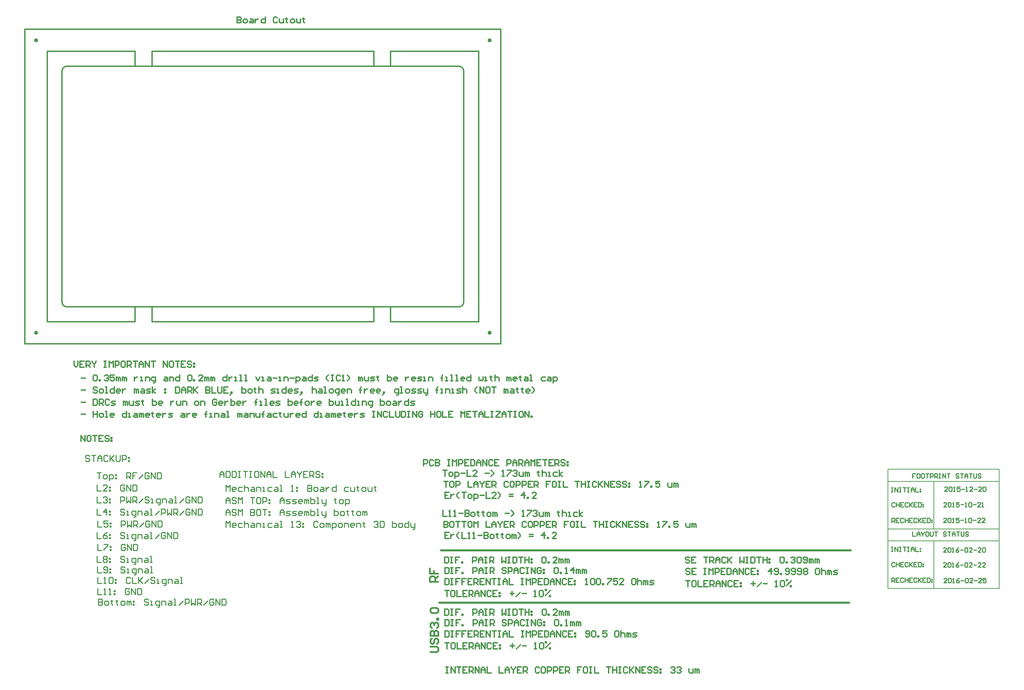
<source format=gm1>
G04 Layer_Color=16711935*
%FSLAX44Y44*%
%MOMM*%
G71*
G01*
G75*
%ADD10C,0.2000*%
%ADD11C,0.3090*%
%ADD17C,0.3000*%
%ADD95C,0.4000*%
%ADD97C,0.5000*%
%ADD101C,0.6000*%
%ADD167C,0.2540*%
D10*
X2332750Y-701500D02*
Y-583000D01*
X2055250Y-701500D02*
X2332750D01*
X2055250D02*
Y-583000D01*
X2169750Y-701500D02*
Y-583000D01*
X2055250D02*
X2332750D01*
X2055250D02*
Y-553000D01*
X2332750Y-583000D02*
Y-553000D01*
Y-434500D02*
Y-404500D01*
X2055250D02*
X2332750D01*
X2055250Y-434500D02*
Y-404500D01*
X2169750Y-553000D02*
Y-434500D01*
X2055250D02*
X2332750D01*
X2055250Y-553000D02*
Y-434500D01*
Y-553000D02*
X2332750D01*
Y-434500D01*
D11*
X12700Y600000D02*
X987300D01*
D17*
X0Y12700D02*
G03*
X12700Y0I12700J0D01*
G01*
X987300D02*
G03*
X1000000Y12700I0J12700D01*
G01*
Y587300D02*
G03*
X987300Y600000I-12700J0D01*
G01*
X12700D02*
G03*
X0Y587300I0J-12700D01*
G01*
X-36750Y-36750D02*
X182000D01*
X224000Y-36750D02*
X776000D01*
X-36750Y636750D02*
X182000D01*
X224000Y636750D02*
X776000D01*
X182000Y600000D02*
Y636750D01*
X224000Y600000D02*
Y636750D01*
X182000Y-36750D02*
Y0D01*
X224000Y-36750D02*
Y0D01*
X818000Y-36750D02*
X1036750D01*
X818000Y636750D02*
X1036750D01*
X818000Y600000D02*
Y636750D01*
X776000Y600000D02*
Y636750D01*
Y-36750D02*
Y0D01*
X818000Y-36750D02*
Y0D01*
X-36750Y321000D02*
Y636750D01*
Y-36750D02*
Y321000D01*
X-92000Y-92000D02*
X1092000D01*
X1036750Y-36750D02*
Y636750D01*
X-92000Y-92000D02*
Y692000D01*
X1092000D01*
Y-92000D02*
Y692000D01*
X0Y12700D02*
Y587300D01*
X12700Y0D02*
X987300D01*
X1000000Y12700D02*
Y587300D01*
X48000Y-177052D02*
X57997D01*
X77990Y-172054D02*
X80490Y-169554D01*
X85488D01*
X87987Y-172054D01*
Y-182050D01*
X85488Y-184550D01*
X80490D01*
X77990Y-182050D01*
Y-172054D01*
X92985Y-184550D02*
Y-182050D01*
X95485D01*
Y-184550D01*
X92985D01*
X105481Y-172054D02*
X107981Y-169554D01*
X112979D01*
X115478Y-172054D01*
Y-174553D01*
X112979Y-177052D01*
X110480D01*
X112979D01*
X115478Y-179551D01*
Y-182050D01*
X112979Y-184550D01*
X107981D01*
X105481Y-182050D01*
X130473Y-169554D02*
X120477D01*
Y-177052D01*
X125475Y-174553D01*
X127974D01*
X130473Y-177052D01*
Y-182050D01*
X127974Y-184550D01*
X122976D01*
X120477Y-182050D01*
X135472Y-184550D02*
Y-174553D01*
X137971D01*
X140470Y-177052D01*
Y-184550D01*
Y-177052D01*
X142969Y-174553D01*
X145468Y-177052D01*
Y-184550D01*
X150467D02*
Y-174553D01*
X152966D01*
X155465Y-177052D01*
Y-184550D01*
Y-177052D01*
X157964Y-174553D01*
X160464Y-177052D01*
Y-184550D01*
X180457Y-174553D02*
Y-184550D01*
Y-179551D01*
X182956Y-177052D01*
X185455Y-174553D01*
X187955D01*
X195452Y-184550D02*
X200451D01*
X197951D01*
Y-174553D01*
X195452D01*
X207948Y-184550D02*
Y-174553D01*
X215446D01*
X217945Y-177052D01*
Y-184550D01*
X227942Y-189548D02*
X230441D01*
X232940Y-187049D01*
Y-174553D01*
X225443D01*
X222943Y-177052D01*
Y-182050D01*
X225443Y-184550D01*
X232940D01*
X255433Y-174553D02*
X260431D01*
X262930Y-177052D01*
Y-184550D01*
X255433D01*
X252934Y-182050D01*
X255433Y-179551D01*
X262930D01*
X267929Y-184550D02*
Y-174553D01*
X275426D01*
X277926Y-177052D01*
Y-184550D01*
X292921Y-169554D02*
Y-184550D01*
X285423D01*
X282924Y-182050D01*
Y-177052D01*
X285423Y-174553D01*
X292921D01*
X312914Y-172054D02*
X315413Y-169554D01*
X320412D01*
X322911Y-172054D01*
Y-182050D01*
X320412Y-184550D01*
X315413D01*
X312914Y-182050D01*
Y-172054D01*
X327909Y-184550D02*
Y-182050D01*
X330409D01*
Y-184550D01*
X327909D01*
X350402D02*
X340405D01*
X350402Y-174553D01*
Y-172054D01*
X347903Y-169554D01*
X342905D01*
X340405Y-172054D01*
X355401Y-184550D02*
Y-174553D01*
X357900D01*
X360399Y-177052D01*
Y-184550D01*
Y-177052D01*
X362898Y-174553D01*
X365397Y-177052D01*
Y-184550D01*
X370396D02*
Y-174553D01*
X372895D01*
X375394Y-177052D01*
Y-184550D01*
Y-177052D01*
X377893Y-174553D01*
X380392Y-177052D01*
Y-184550D01*
X410383Y-169554D02*
Y-184550D01*
X402885D01*
X400386Y-182050D01*
Y-177052D01*
X402885Y-174553D01*
X410383D01*
X415381D02*
Y-184550D01*
Y-179551D01*
X417880Y-177052D01*
X420379Y-174553D01*
X422879D01*
X430376Y-184550D02*
X435375D01*
X432875D01*
Y-174553D01*
X430376D01*
X442872Y-184550D02*
X447871D01*
X445371D01*
Y-169554D01*
X442872D01*
X455368Y-184550D02*
X460367D01*
X457867D01*
Y-169554D01*
X455368D01*
X482859Y-174553D02*
X487858Y-184550D01*
X492856Y-174553D01*
X497854Y-184550D02*
X502853D01*
X500354D01*
Y-174553D01*
X497854D01*
X512850D02*
X517848D01*
X520347Y-177052D01*
Y-184550D01*
X512850D01*
X510350Y-182050D01*
X512850Y-179551D01*
X520347D01*
X525345Y-177052D02*
X535342D01*
X540341Y-184550D02*
X545339D01*
X542840D01*
Y-174553D01*
X540341D01*
X552837Y-184550D02*
Y-174553D01*
X560334D01*
X562833Y-177052D01*
Y-184550D01*
X567832Y-177052D02*
X577828D01*
X582827Y-189548D02*
Y-174553D01*
X590324D01*
X592824Y-177052D01*
Y-182050D01*
X590324Y-184550D01*
X582827D01*
X600321Y-174553D02*
X605320D01*
X607819Y-177052D01*
Y-184550D01*
X600321D01*
X597822Y-182050D01*
X600321Y-179551D01*
X607819D01*
X622814Y-169554D02*
Y-184550D01*
X615316D01*
X612817Y-182050D01*
Y-177052D01*
X615316Y-174553D01*
X622814D01*
X627812Y-184550D02*
X635310D01*
X637809Y-182050D01*
X635310Y-179551D01*
X630312D01*
X627812Y-177052D01*
X630312Y-174553D01*
X637809D01*
X662801Y-184550D02*
X657803Y-179551D01*
Y-174553D01*
X662801Y-169554D01*
X670299D02*
X675297D01*
X672798D01*
Y-184550D01*
X670299D01*
X675297D01*
X692791Y-172054D02*
X690292Y-169554D01*
X685294D01*
X682794Y-172054D01*
Y-182050D01*
X685294Y-184550D01*
X690292D01*
X692791Y-182050D01*
X697790Y-184550D02*
X702788D01*
X700289D01*
Y-169554D01*
X697790Y-172054D01*
X710286Y-184550D02*
X715284Y-179551D01*
Y-174553D01*
X710286Y-169554D01*
X737777Y-184550D02*
Y-174553D01*
X740276D01*
X742775Y-177052D01*
Y-184550D01*
Y-177052D01*
X745274Y-174553D01*
X747774Y-177052D01*
Y-184550D01*
X752772Y-174553D02*
Y-182050D01*
X755271Y-184550D01*
X762769D01*
Y-174553D01*
X767767Y-184550D02*
X775265D01*
X777764Y-182050D01*
X775265Y-179551D01*
X770266D01*
X767767Y-177052D01*
X770266Y-174553D01*
X777764D01*
X785261Y-172054D02*
Y-174553D01*
X782762D01*
X787761D01*
X785261D01*
Y-182050D01*
X787761Y-184550D01*
X810253Y-169554D02*
Y-184550D01*
X817751D01*
X820250Y-182050D01*
Y-179551D01*
Y-177052D01*
X817751Y-174553D01*
X810253D01*
X832746Y-184550D02*
X827748D01*
X825248Y-182050D01*
Y-177052D01*
X827748Y-174553D01*
X832746D01*
X835245Y-177052D01*
Y-179551D01*
X825248D01*
X855239Y-174553D02*
Y-184550D01*
Y-179551D01*
X857738Y-177052D01*
X860237Y-174553D01*
X862736D01*
X877731Y-184550D02*
X872733D01*
X870234Y-182050D01*
Y-177052D01*
X872733Y-174553D01*
X877731D01*
X880231Y-177052D01*
Y-179551D01*
X870234D01*
X885229Y-184550D02*
X892727D01*
X895226Y-182050D01*
X892727Y-179551D01*
X887728D01*
X885229Y-177052D01*
X887728Y-174553D01*
X895226D01*
X900224Y-184550D02*
X905222D01*
X902723D01*
Y-174553D01*
X900224D01*
X912720Y-184550D02*
Y-174553D01*
X920218D01*
X922717Y-177052D01*
Y-184550D01*
X945210D02*
Y-172054D01*
Y-177052D01*
X942710D01*
X947709D01*
X945210D01*
Y-172054D01*
X947709Y-169554D01*
X955206Y-184550D02*
X960205D01*
X957706D01*
Y-174553D01*
X955206D01*
X967702Y-184550D02*
X972701D01*
X970201D01*
Y-169554D01*
X967702D01*
X980198Y-184550D02*
X985197D01*
X982698D01*
Y-169554D01*
X980198D01*
X1000192Y-184550D02*
X995193D01*
X992694Y-182050D01*
Y-177052D01*
X995193Y-174553D01*
X1000192D01*
X1002691Y-177052D01*
Y-179551D01*
X992694D01*
X1017686Y-169554D02*
Y-184550D01*
X1010189D01*
X1007689Y-182050D01*
Y-177052D01*
X1010189Y-174553D01*
X1017686D01*
X1037680D02*
Y-182050D01*
X1040179Y-184550D01*
X1042678Y-182050D01*
X1045177Y-184550D01*
X1047676Y-182050D01*
Y-174553D01*
X1052675Y-184550D02*
X1057673D01*
X1055174D01*
Y-174553D01*
X1052675D01*
X1067670Y-172054D02*
Y-174553D01*
X1065171D01*
X1070169D01*
X1067670D01*
Y-182050D01*
X1070169Y-184550D01*
X1077667Y-169554D02*
Y-184550D01*
Y-177052D01*
X1080166Y-174553D01*
X1085164D01*
X1087663Y-177052D01*
Y-184550D01*
X1107657D02*
Y-174553D01*
X1110156D01*
X1112655Y-177052D01*
Y-184550D01*
Y-177052D01*
X1115155Y-174553D01*
X1117654Y-177052D01*
Y-184550D01*
X1130150D02*
X1125151D01*
X1122652Y-182050D01*
Y-177052D01*
X1125151Y-174553D01*
X1130150D01*
X1132649Y-177052D01*
Y-179551D01*
X1122652D01*
X1140146Y-172054D02*
Y-174553D01*
X1137647D01*
X1142646D01*
X1140146D01*
Y-182050D01*
X1142646Y-184550D01*
X1152642Y-174553D02*
X1157641D01*
X1160140Y-177052D01*
Y-184550D01*
X1152642D01*
X1150143Y-182050D01*
X1152642Y-179551D01*
X1160140D01*
X1165138Y-184550D02*
X1170137D01*
X1167638D01*
Y-169554D01*
X1165138D01*
X1202626Y-174553D02*
X1195129D01*
X1192629Y-177052D01*
Y-182050D01*
X1195129Y-184550D01*
X1202626D01*
X1210124Y-174553D02*
X1215122D01*
X1217621Y-177052D01*
Y-184550D01*
X1210124D01*
X1207625Y-182050D01*
X1210124Y-179551D01*
X1217621D01*
X1222620Y-189548D02*
Y-174553D01*
X1230117D01*
X1232617Y-177052D01*
Y-182050D01*
X1230117Y-184550D01*
X1222620D01*
X48000Y-207244D02*
X57997D01*
X87987Y-202246D02*
X85488Y-199747D01*
X80490D01*
X77990Y-202246D01*
Y-204745D01*
X80490Y-207244D01*
X85488D01*
X87987Y-209744D01*
Y-212243D01*
X85488Y-214742D01*
X80490D01*
X77990Y-212243D01*
X95485Y-214742D02*
X100483D01*
X102982Y-212243D01*
Y-207244D01*
X100483Y-204745D01*
X95485D01*
X92985Y-207244D01*
Y-212243D01*
X95485Y-214742D01*
X107981D02*
X112979D01*
X110480D01*
Y-199747D01*
X107981D01*
X130473D02*
Y-214742D01*
X122976D01*
X120477Y-212243D01*
Y-207244D01*
X122976Y-204745D01*
X130473D01*
X142969Y-214742D02*
X137971D01*
X135472Y-212243D01*
Y-207244D01*
X137971Y-204745D01*
X142969D01*
X145468Y-207244D01*
Y-209744D01*
X135472D01*
X150467Y-204745D02*
Y-214742D01*
Y-209744D01*
X152966Y-207244D01*
X155465Y-204745D01*
X157964D01*
X180457Y-214742D02*
Y-204745D01*
X182956D01*
X185455Y-207244D01*
Y-214742D01*
Y-207244D01*
X187955Y-204745D01*
X190454Y-207244D01*
Y-214742D01*
X197951Y-204745D02*
X202950D01*
X205449Y-207244D01*
Y-214742D01*
X197951D01*
X195452Y-212243D01*
X197951Y-209744D01*
X205449D01*
X210447Y-214742D02*
X217945D01*
X220444Y-212243D01*
X217945Y-209744D01*
X212947D01*
X210447Y-207244D01*
X212947Y-204745D01*
X220444D01*
X225443Y-214742D02*
Y-199747D01*
Y-209744D02*
X232940Y-204745D01*
X225443Y-209744D02*
X232940Y-214742D01*
X255433Y-204745D02*
X257932D01*
Y-207244D01*
X255433D01*
Y-204745D01*
Y-212243D02*
X257932D01*
Y-214742D01*
X255433D01*
Y-212243D01*
X282924Y-199747D02*
Y-214742D01*
X290422D01*
X292921Y-212243D01*
Y-202246D01*
X290422Y-199747D01*
X282924D01*
X297919Y-214742D02*
Y-204745D01*
X302917Y-199747D01*
X307916Y-204745D01*
Y-214742D01*
Y-207244D01*
X297919D01*
X312914Y-214742D02*
Y-199747D01*
X320412D01*
X322911Y-202246D01*
Y-207244D01*
X320412Y-209744D01*
X312914D01*
X317913D02*
X322911Y-214742D01*
X327909Y-199747D02*
Y-214742D01*
Y-209744D01*
X337906Y-199747D01*
X330409Y-207244D01*
X337906Y-214742D01*
X357900Y-199747D02*
Y-214742D01*
X365397D01*
X367896Y-212243D01*
Y-209744D01*
X365397Y-207244D01*
X357900D01*
X365397D01*
X367896Y-204745D01*
Y-202246D01*
X365397Y-199747D01*
X357900D01*
X372895D02*
Y-214742D01*
X382892D01*
X387890Y-199747D02*
Y-212243D01*
X390389Y-214742D01*
X395387D01*
X397887Y-212243D01*
Y-199747D01*
X412882D02*
X402885D01*
Y-214742D01*
X412882D01*
X402885Y-207244D02*
X407883D01*
X420379Y-217241D02*
X422879Y-214742D01*
Y-212243D01*
X420379D01*
Y-214742D01*
X422879D01*
X420379Y-217241D01*
X417880Y-219741D01*
X447870Y-199747D02*
Y-214742D01*
X455368D01*
X457867Y-212243D01*
Y-209744D01*
Y-207244D01*
X455368Y-204745D01*
X447870D01*
X465365Y-214742D02*
X470363D01*
X472862Y-212243D01*
Y-207244D01*
X470363Y-204745D01*
X465365D01*
X462866Y-207244D01*
Y-212243D01*
X465365Y-214742D01*
X480360Y-202246D02*
Y-204745D01*
X477861D01*
X482859D01*
X480360D01*
Y-212243D01*
X482859Y-214742D01*
X490357Y-199747D02*
Y-214742D01*
Y-207244D01*
X492856Y-204745D01*
X497854D01*
X500354Y-207244D01*
Y-214742D01*
X520347D02*
X527845D01*
X530344Y-212243D01*
X527845Y-209744D01*
X522846D01*
X520347Y-207244D01*
X522846Y-204745D01*
X530344D01*
X535342Y-214742D02*
X540341D01*
X537841D01*
Y-204745D01*
X535342D01*
X557835Y-199747D02*
Y-214742D01*
X550337D01*
X547838Y-212243D01*
Y-207244D01*
X550337Y-204745D01*
X557835D01*
X570331Y-214742D02*
X565332D01*
X562833Y-212243D01*
Y-207244D01*
X565332Y-204745D01*
X570331D01*
X572830Y-207244D01*
Y-209744D01*
X562833D01*
X577828Y-214742D02*
X585326D01*
X587825Y-212243D01*
X585326Y-209744D01*
X580328D01*
X577828Y-207244D01*
X580328Y-204745D01*
X587825D01*
X595323Y-217241D02*
X597822Y-214742D01*
Y-212243D01*
X595323D01*
Y-214742D01*
X597822D01*
X595323Y-217241D01*
X592824Y-219741D01*
X622814Y-199747D02*
Y-214742D01*
Y-207244D01*
X625313Y-204745D01*
X630312D01*
X632811Y-207244D01*
Y-214742D01*
X640308Y-204745D02*
X645307D01*
X647806Y-207244D01*
Y-214742D01*
X640308D01*
X637809Y-212243D01*
X640308Y-209744D01*
X647806D01*
X652804Y-214742D02*
X657803D01*
X655303D01*
Y-199747D01*
X652804D01*
X667799Y-214742D02*
X672798D01*
X675297Y-212243D01*
Y-207244D01*
X672798Y-204745D01*
X667799D01*
X665300Y-207244D01*
Y-212243D01*
X667799Y-214742D01*
X685294Y-219741D02*
X687793D01*
X690292Y-217241D01*
Y-204745D01*
X682794D01*
X680295Y-207244D01*
Y-212243D01*
X682794Y-214742D01*
X690292D01*
X702788D02*
X697790D01*
X695290Y-212243D01*
Y-207244D01*
X697790Y-204745D01*
X702788D01*
X705287Y-207244D01*
Y-209744D01*
X695290D01*
X710286Y-214742D02*
Y-204745D01*
X717783D01*
X720282Y-207244D01*
Y-214742D01*
X742775D02*
Y-202246D01*
Y-207244D01*
X740276D01*
X745274D01*
X742775D01*
Y-202246D01*
X745274Y-199747D01*
X752772Y-204745D02*
Y-214742D01*
Y-209744D01*
X755271Y-207244D01*
X757770Y-204745D01*
X760269D01*
X775265Y-214742D02*
X770266D01*
X767767Y-212243D01*
Y-207244D01*
X770266Y-204745D01*
X775265D01*
X777764Y-207244D01*
Y-209744D01*
X767767D01*
X790260Y-214742D02*
X785261D01*
X782762Y-212243D01*
Y-207244D01*
X785261Y-204745D01*
X790260D01*
X792759Y-207244D01*
Y-209744D01*
X782762D01*
X800256Y-217241D02*
X802756Y-214742D01*
Y-212243D01*
X800256D01*
Y-214742D01*
X802756D01*
X800256Y-217241D01*
X797757Y-219741D01*
X832746D02*
X835245D01*
X837744Y-217241D01*
Y-204745D01*
X830247D01*
X827747Y-207244D01*
Y-212243D01*
X830247Y-214742D01*
X837744D01*
X842743D02*
X847741D01*
X845242D01*
Y-199747D01*
X842743D01*
X857738Y-214742D02*
X862736D01*
X865235Y-212243D01*
Y-207244D01*
X862736Y-204745D01*
X857738D01*
X855239Y-207244D01*
Y-212243D01*
X857738Y-214742D01*
X870234D02*
X877731D01*
X880230Y-212243D01*
X877731Y-209744D01*
X872733D01*
X870234Y-207244D01*
X872733Y-204745D01*
X880230D01*
X885229Y-214742D02*
X892727D01*
X895226Y-212243D01*
X892727Y-209744D01*
X887728D01*
X885229Y-207244D01*
X887728Y-204745D01*
X895226D01*
X900224D02*
Y-212243D01*
X902723Y-214742D01*
X910221D01*
Y-217241D01*
X907722Y-219741D01*
X905222D01*
X910221Y-214742D02*
Y-204745D01*
X932714Y-214742D02*
Y-202246D01*
Y-207244D01*
X930214D01*
X935213D01*
X932714D01*
Y-202246D01*
X935213Y-199747D01*
X942710Y-214742D02*
X947709D01*
X945210D01*
Y-204745D01*
X942710D01*
X955206Y-214742D02*
Y-204745D01*
X962704D01*
X965203Y-207244D01*
Y-214742D01*
X970201D02*
X975200D01*
X972701D01*
Y-204745D01*
X970201D01*
X982697Y-214742D02*
X990195D01*
X992694Y-212243D01*
X990195Y-209744D01*
X985197D01*
X982697Y-207244D01*
X985197Y-204745D01*
X992694D01*
X997692Y-199747D02*
Y-214742D01*
Y-207244D01*
X1000192Y-204745D01*
X1005190D01*
X1007689Y-207244D01*
Y-214742D01*
X1032681D02*
X1027683Y-209744D01*
Y-204745D01*
X1032681Y-199747D01*
X1040179Y-214742D02*
Y-199747D01*
X1050175Y-214742D01*
Y-199747D01*
X1062672D02*
X1057673D01*
X1055174Y-202246D01*
Y-212243D01*
X1057673Y-214742D01*
X1062672D01*
X1065171Y-212243D01*
Y-202246D01*
X1062672Y-199747D01*
X1070169D02*
X1080166D01*
X1075167D01*
Y-214742D01*
X1100159D02*
Y-204745D01*
X1102659D01*
X1105158Y-207244D01*
Y-214742D01*
Y-207244D01*
X1107657Y-204745D01*
X1110156Y-207244D01*
Y-214742D01*
X1117654Y-204745D02*
X1122652D01*
X1125151Y-207244D01*
Y-214742D01*
X1117654D01*
X1115154Y-212243D01*
X1117654Y-209744D01*
X1125151D01*
X1132649Y-202246D02*
Y-204745D01*
X1130150D01*
X1135148D01*
X1132649D01*
Y-212243D01*
X1135148Y-214742D01*
X1145145Y-202246D02*
Y-204745D01*
X1142646D01*
X1147644D01*
X1145145D01*
Y-212243D01*
X1147644Y-214742D01*
X1162639D02*
X1157641D01*
X1155142Y-212243D01*
Y-207244D01*
X1157641Y-204745D01*
X1162639D01*
X1165138Y-207244D01*
Y-209744D01*
X1155142D01*
X1170137Y-214742D02*
X1175135Y-209744D01*
Y-204745D01*
X1170137Y-199747D01*
X48000Y-237437D02*
X57997D01*
X77990Y-229939D02*
Y-244935D01*
X85488D01*
X87987Y-242435D01*
Y-232439D01*
X85488Y-229939D01*
X77990D01*
X92985Y-244935D02*
Y-229939D01*
X100483D01*
X102982Y-232439D01*
Y-237437D01*
X100483Y-239936D01*
X92985D01*
X97984D02*
X102982Y-244935D01*
X117977Y-232439D02*
X115478Y-229939D01*
X110480D01*
X107981Y-232439D01*
Y-242435D01*
X110480Y-244935D01*
X115478D01*
X117977Y-242435D01*
X122976Y-244935D02*
X130473D01*
X132972Y-242435D01*
X130473Y-239936D01*
X125475D01*
X122976Y-237437D01*
X125475Y-234938D01*
X132972D01*
X152966Y-244935D02*
Y-234938D01*
X155465D01*
X157964Y-237437D01*
Y-244935D01*
Y-237437D01*
X160464Y-234938D01*
X162963Y-237437D01*
Y-244935D01*
X167961Y-234938D02*
Y-242435D01*
X170460Y-244935D01*
X177958D01*
Y-234938D01*
X182956Y-244935D02*
X190454D01*
X192953Y-242435D01*
X190454Y-239936D01*
X185455D01*
X182956Y-237437D01*
X185455Y-234938D01*
X192953D01*
X200451Y-232439D02*
Y-234938D01*
X197951D01*
X202950D01*
X200451D01*
Y-242435D01*
X202950Y-244935D01*
X225443Y-229939D02*
Y-244935D01*
X232940D01*
X235439Y-242435D01*
Y-239936D01*
Y-237437D01*
X232940Y-234938D01*
X225443D01*
X247935Y-244935D02*
X242937D01*
X240438Y-242435D01*
Y-237437D01*
X242937Y-234938D01*
X247935D01*
X250434Y-237437D01*
Y-239936D01*
X240438D01*
X270428Y-234938D02*
Y-244935D01*
Y-239936D01*
X272927Y-237437D01*
X275426Y-234938D01*
X277926D01*
X285423D02*
Y-242435D01*
X287922Y-244935D01*
X295420D01*
Y-234938D01*
X300418Y-244935D02*
Y-234938D01*
X307916D01*
X310415Y-237437D01*
Y-244935D01*
X332908D02*
X337906D01*
X340405Y-242435D01*
Y-237437D01*
X337906Y-234938D01*
X332908D01*
X330409Y-237437D01*
Y-242435D01*
X332908Y-244935D01*
X345404D02*
Y-234938D01*
X352901D01*
X355401Y-237437D01*
Y-244935D01*
X385391Y-232439D02*
X382892Y-229939D01*
X377893D01*
X375394Y-232439D01*
Y-242435D01*
X377893Y-244935D01*
X382892D01*
X385391Y-242435D01*
Y-237437D01*
X380392D01*
X397887Y-244935D02*
X392888D01*
X390389Y-242435D01*
Y-237437D01*
X392888Y-234938D01*
X397887D01*
X400386Y-237437D01*
Y-239936D01*
X390389D01*
X405384Y-234938D02*
Y-244935D01*
Y-239936D01*
X407883Y-237437D01*
X410383Y-234938D01*
X412882D01*
X420379Y-229939D02*
Y-244935D01*
X427877D01*
X430376Y-242435D01*
Y-239936D01*
Y-237437D01*
X427877Y-234938D01*
X420379D01*
X442872Y-244935D02*
X437874D01*
X435375Y-242435D01*
Y-237437D01*
X437874Y-234938D01*
X442872D01*
X445371Y-237437D01*
Y-239936D01*
X435375D01*
X450370Y-234938D02*
Y-244935D01*
Y-239936D01*
X452869Y-237437D01*
X455368Y-234938D01*
X457867D01*
X482859Y-244935D02*
Y-232439D01*
Y-237437D01*
X480360D01*
X485358D01*
X482859D01*
Y-232439D01*
X485358Y-229939D01*
X492856Y-244935D02*
X497854D01*
X495355D01*
Y-234938D01*
X492856D01*
X505352Y-244935D02*
X510350D01*
X507851D01*
Y-229939D01*
X505352D01*
X525345Y-244935D02*
X520347D01*
X517848Y-242435D01*
Y-237437D01*
X520347Y-234938D01*
X525345D01*
X527845Y-237437D01*
Y-239936D01*
X517848D01*
X532843Y-244935D02*
X540341D01*
X542840Y-242435D01*
X540341Y-239936D01*
X535342D01*
X532843Y-237437D01*
X535342Y-234938D01*
X542840D01*
X562833Y-229939D02*
Y-244935D01*
X570331D01*
X572830Y-242435D01*
Y-239936D01*
Y-237437D01*
X570331Y-234938D01*
X562833D01*
X585326Y-244935D02*
X580328D01*
X577828Y-242435D01*
Y-237437D01*
X580328Y-234938D01*
X585326D01*
X587825Y-237437D01*
Y-239936D01*
X577828D01*
X595323Y-244935D02*
Y-232439D01*
Y-237437D01*
X592824D01*
X597822D01*
X595323D01*
Y-232439D01*
X597822Y-229939D01*
X607819Y-244935D02*
X612817D01*
X615316Y-242435D01*
Y-237437D01*
X612817Y-234938D01*
X607819D01*
X605320Y-237437D01*
Y-242435D01*
X607819Y-244935D01*
X620315Y-234938D02*
Y-244935D01*
Y-239936D01*
X622814Y-237437D01*
X625313Y-234938D01*
X627812D01*
X642807Y-244935D02*
X637809D01*
X635310Y-242435D01*
Y-237437D01*
X637809Y-234938D01*
X642807D01*
X645307Y-237437D01*
Y-239936D01*
X635310D01*
X665300Y-229939D02*
Y-244935D01*
X672798D01*
X675297Y-242435D01*
Y-239936D01*
Y-237437D01*
X672798Y-234938D01*
X665300D01*
X680295D02*
Y-242435D01*
X682794Y-244935D01*
X690292D01*
Y-234938D01*
X695290Y-244935D02*
X700289D01*
X697790D01*
Y-234938D01*
X695290D01*
X707786Y-244935D02*
X712785D01*
X710286D01*
Y-229939D01*
X707786D01*
X730279D02*
Y-244935D01*
X722782D01*
X720282Y-242435D01*
Y-237437D01*
X722782Y-234938D01*
X730279D01*
X735277Y-244935D02*
X740276D01*
X737777D01*
Y-234938D01*
X735277D01*
X747774Y-244935D02*
Y-234938D01*
X755271D01*
X757770Y-237437D01*
Y-244935D01*
X767767Y-249933D02*
X770266D01*
X772765Y-247434D01*
Y-234938D01*
X765268D01*
X762769Y-237437D01*
Y-242435D01*
X765268Y-244935D01*
X772765D01*
X792759Y-229939D02*
Y-244935D01*
X800257D01*
X802756Y-242435D01*
Y-239936D01*
Y-237437D01*
X800257Y-234938D01*
X792759D01*
X810253Y-244935D02*
X815252D01*
X817751Y-242435D01*
Y-237437D01*
X815252Y-234938D01*
X810253D01*
X807754Y-237437D01*
Y-242435D01*
X810253Y-244935D01*
X825248Y-234938D02*
X830247D01*
X832746Y-237437D01*
Y-244935D01*
X825248D01*
X822749Y-242435D01*
X825248Y-239936D01*
X832746D01*
X837744Y-234938D02*
Y-244935D01*
Y-239936D01*
X840244Y-237437D01*
X842743Y-234938D01*
X845242D01*
X862736Y-229939D02*
Y-244935D01*
X855239D01*
X852739Y-242435D01*
Y-237437D01*
X855239Y-234938D01*
X862736D01*
X867735Y-244935D02*
X875232D01*
X877731Y-242435D01*
X875232Y-239936D01*
X870234D01*
X867735Y-237437D01*
X870234Y-234938D01*
X877731D01*
X48000Y-267630D02*
X57997D01*
X77990Y-260132D02*
Y-275127D01*
Y-267630D01*
X87987D01*
Y-260132D01*
Y-275127D01*
X95485D02*
X100483D01*
X102982Y-272628D01*
Y-267630D01*
X100483Y-265131D01*
X95485D01*
X92985Y-267630D01*
Y-272628D01*
X95485Y-275127D01*
X107981D02*
X112979D01*
X110480D01*
Y-260132D01*
X107981D01*
X127974Y-275127D02*
X122976D01*
X120477Y-272628D01*
Y-267630D01*
X122976Y-265131D01*
X127974D01*
X130473Y-267630D01*
Y-270129D01*
X120477D01*
X160464Y-260132D02*
Y-275127D01*
X152966D01*
X150467Y-272628D01*
Y-267630D01*
X152966Y-265131D01*
X160464D01*
X165462Y-275127D02*
X170460D01*
X167961D01*
Y-265131D01*
X165462D01*
X180457D02*
X185455D01*
X187955Y-267630D01*
Y-275127D01*
X180457D01*
X177958Y-272628D01*
X180457Y-270129D01*
X187955D01*
X192953Y-275127D02*
Y-265131D01*
X195452D01*
X197952Y-267630D01*
Y-275127D01*
Y-267630D01*
X200451Y-265131D01*
X202950Y-267630D01*
Y-275127D01*
X215446D02*
X210447D01*
X207948Y-272628D01*
Y-267630D01*
X210447Y-265131D01*
X215446D01*
X217945Y-267630D01*
Y-270129D01*
X207948D01*
X225443Y-262631D02*
Y-265131D01*
X222943D01*
X227942D01*
X225443D01*
Y-272628D01*
X227942Y-275127D01*
X242937D02*
X237938D01*
X235439Y-272628D01*
Y-267630D01*
X237938Y-265131D01*
X242937D01*
X245436Y-267630D01*
Y-270129D01*
X235439D01*
X250434Y-265131D02*
Y-275127D01*
Y-270129D01*
X252934Y-267630D01*
X255433Y-265131D01*
X257932D01*
X265430Y-275127D02*
X272927D01*
X275426Y-272628D01*
X272927Y-270129D01*
X267929D01*
X265430Y-267630D01*
X267929Y-265131D01*
X275426D01*
X297919D02*
X302917D01*
X305417Y-267630D01*
Y-275127D01*
X297919D01*
X295420Y-272628D01*
X297919Y-270129D01*
X305417D01*
X310415Y-265131D02*
Y-275127D01*
Y-270129D01*
X312914Y-267630D01*
X315413Y-265131D01*
X317913D01*
X332908Y-275127D02*
X327909D01*
X325410Y-272628D01*
Y-267630D01*
X327909Y-265131D01*
X332908D01*
X335407Y-267630D01*
Y-270129D01*
X325410D01*
X357900Y-275127D02*
Y-262631D01*
Y-267630D01*
X355401D01*
X360399D01*
X357900D01*
Y-262631D01*
X360399Y-260132D01*
X367896Y-275127D02*
X372895D01*
X370396D01*
Y-265131D01*
X367896D01*
X380392Y-275127D02*
Y-265131D01*
X387890D01*
X390389Y-267630D01*
Y-275127D01*
X397887Y-265131D02*
X402885D01*
X405384Y-267630D01*
Y-275127D01*
X397887D01*
X395388Y-272628D01*
X397887Y-270129D01*
X405384D01*
X410383Y-275127D02*
X415381D01*
X412882D01*
Y-260132D01*
X410383D01*
X437874Y-275127D02*
Y-265131D01*
X440373D01*
X442872Y-267630D01*
Y-275127D01*
Y-267630D01*
X445371Y-265131D01*
X447871Y-267630D01*
Y-275127D01*
X455368Y-265131D02*
X460367D01*
X462866Y-267630D01*
Y-275127D01*
X455368D01*
X452869Y-272628D01*
X455368Y-270129D01*
X462866D01*
X467864Y-275127D02*
Y-265131D01*
X475362D01*
X477861Y-267630D01*
Y-275127D01*
X482859Y-265131D02*
Y-272628D01*
X485358Y-275127D01*
X492856D01*
Y-265131D01*
X500354Y-275127D02*
Y-262631D01*
Y-267630D01*
X497854D01*
X502853D01*
X500354D01*
Y-262631D01*
X502853Y-260132D01*
X512850Y-265131D02*
X517848D01*
X520347Y-267630D01*
Y-275127D01*
X512850D01*
X510350Y-272628D01*
X512850Y-270129D01*
X520347D01*
X535342Y-265131D02*
X527845D01*
X525345Y-267630D01*
Y-272628D01*
X527845Y-275127D01*
X535342D01*
X542840Y-262631D02*
Y-265131D01*
X540341D01*
X545339D01*
X542840D01*
Y-272628D01*
X545339Y-275127D01*
X552837Y-265131D02*
Y-272628D01*
X555336Y-275127D01*
X562833D01*
Y-265131D01*
X567832D02*
Y-275127D01*
Y-270129D01*
X570331Y-267630D01*
X572830Y-265131D01*
X575329D01*
X590324Y-275127D02*
X585326D01*
X582827Y-272628D01*
Y-267630D01*
X585326Y-265131D01*
X590324D01*
X592824Y-267630D01*
Y-270129D01*
X582827D01*
X607819Y-260132D02*
Y-275127D01*
X600321D01*
X597822Y-272628D01*
Y-267630D01*
X600321Y-265131D01*
X607819D01*
X637809Y-260132D02*
Y-275127D01*
X630312D01*
X627812Y-272628D01*
Y-267630D01*
X630312Y-265131D01*
X637809D01*
X642807Y-275127D02*
X647806D01*
X645307D01*
Y-265131D01*
X642807D01*
X657803D02*
X662801D01*
X665300Y-267630D01*
Y-275127D01*
X657803D01*
X655303Y-272628D01*
X657803Y-270129D01*
X665300D01*
X670299Y-275127D02*
Y-265131D01*
X672798D01*
X675297Y-267630D01*
Y-275127D01*
Y-267630D01*
X677796Y-265131D01*
X680295Y-267630D01*
Y-275127D01*
X692791D02*
X687793D01*
X685294Y-272628D01*
Y-267630D01*
X687793Y-265131D01*
X692791D01*
X695291Y-267630D01*
Y-270129D01*
X685294D01*
X702788Y-262631D02*
Y-265131D01*
X700289D01*
X705287D01*
X702788D01*
Y-272628D01*
X705287Y-275127D01*
X720282D02*
X715284D01*
X712785Y-272628D01*
Y-267630D01*
X715284Y-265131D01*
X720282D01*
X722782Y-267630D01*
Y-270129D01*
X712785D01*
X727780Y-265131D02*
Y-275127D01*
Y-270129D01*
X730279Y-267630D01*
X732778Y-265131D01*
X735277D01*
X742775Y-275127D02*
X750273D01*
X752772Y-272628D01*
X750273Y-270129D01*
X745274D01*
X742775Y-267630D01*
X745274Y-265131D01*
X752772D01*
X772765Y-260132D02*
X777764D01*
X775265D01*
Y-275127D01*
X772765D01*
X777764D01*
X785261D02*
Y-260132D01*
X795258Y-275127D01*
Y-260132D01*
X810253Y-262631D02*
X807754Y-260132D01*
X802756D01*
X800257Y-262631D01*
Y-272628D01*
X802756Y-275127D01*
X807754D01*
X810253Y-272628D01*
X815252Y-260132D02*
Y-275127D01*
X825248D01*
X830247Y-260132D02*
Y-272628D01*
X832746Y-275127D01*
X837744D01*
X840244Y-272628D01*
Y-260132D01*
X845242D02*
Y-275127D01*
X852739D01*
X855239Y-272628D01*
Y-262631D01*
X852739Y-260132D01*
X845242D01*
X860237D02*
X865236D01*
X862736D01*
Y-275127D01*
X860237D01*
X865236D01*
X872733D02*
Y-260132D01*
X882730Y-275127D01*
Y-260132D01*
X897725Y-262631D02*
X895226Y-260132D01*
X890227D01*
X887728Y-262631D01*
Y-272628D01*
X890227Y-275127D01*
X895226D01*
X897725Y-272628D01*
Y-267630D01*
X892727D01*
X917719Y-260132D02*
Y-275127D01*
Y-267630D01*
X927715D01*
Y-260132D01*
Y-275127D01*
X940211Y-260132D02*
X935213D01*
X932714Y-262631D01*
Y-272628D01*
X935213Y-275127D01*
X940211D01*
X942710Y-272628D01*
Y-262631D01*
X940211Y-260132D01*
X947709D02*
Y-275127D01*
X957706D01*
X972701Y-260132D02*
X962704D01*
Y-275127D01*
X972701D01*
X962704Y-267630D02*
X967702D01*
X992694Y-275127D02*
Y-260132D01*
X997693Y-265131D01*
X1002691Y-260132D01*
Y-275127D01*
X1017686Y-260132D02*
X1007689D01*
Y-275127D01*
X1017686D01*
X1007689Y-267630D02*
X1012688D01*
X1022684Y-260132D02*
X1032681D01*
X1027683D01*
Y-275127D01*
X1037680D02*
Y-265131D01*
X1042678Y-260132D01*
X1047676Y-265131D01*
Y-275127D01*
Y-267630D01*
X1037680D01*
X1052675Y-260132D02*
Y-275127D01*
X1062672D01*
X1067670Y-260132D02*
X1072668D01*
X1070169D01*
Y-275127D01*
X1067670D01*
X1072668D01*
X1080166Y-260132D02*
X1090163D01*
Y-262631D01*
X1080166Y-272628D01*
Y-275127D01*
X1090163D01*
X1095161D02*
Y-265131D01*
X1100159Y-260132D01*
X1105158Y-265131D01*
Y-275127D01*
Y-267630D01*
X1095161D01*
X1110156Y-260132D02*
X1120153D01*
X1115154D01*
Y-275127D01*
X1125151Y-260132D02*
X1130150D01*
X1127651D01*
Y-275127D01*
X1125151D01*
X1130150D01*
X1145145Y-260132D02*
X1140146D01*
X1137647Y-262631D01*
Y-272628D01*
X1140146Y-275127D01*
X1145145D01*
X1147644Y-272628D01*
Y-262631D01*
X1145145Y-260132D01*
X1152642Y-275127D02*
Y-260132D01*
X1162639Y-275127D01*
Y-260132D01*
X1167637Y-275127D02*
Y-272628D01*
X1170137D01*
Y-275127D01*
X1167637D01*
X436250Y722745D02*
Y707750D01*
X443748D01*
X446247Y710249D01*
Y712748D01*
X443748Y715247D01*
X436250D01*
X443748D01*
X446247Y717747D01*
Y720246D01*
X443748Y722745D01*
X436250D01*
X453744Y707750D02*
X458743D01*
X461242Y710249D01*
Y715247D01*
X458743Y717747D01*
X453744D01*
X451245Y715247D01*
Y710249D01*
X453744Y707750D01*
X468740Y717747D02*
X473738D01*
X476237Y715247D01*
Y707750D01*
X468740D01*
X466240Y710249D01*
X468740Y712748D01*
X476237D01*
X481235Y717747D02*
Y707750D01*
Y712748D01*
X483735Y715247D01*
X486234Y717747D01*
X488733D01*
X506227Y722745D02*
Y707750D01*
X498730D01*
X496231Y710249D01*
Y715247D01*
X498730Y717747D01*
X506227D01*
X536218Y720246D02*
X533718Y722745D01*
X528720D01*
X526221Y720246D01*
Y710249D01*
X528720Y707750D01*
X533718D01*
X536218Y710249D01*
X541216Y717747D02*
Y710249D01*
X543715Y707750D01*
X551213D01*
Y717747D01*
X558710Y720246D02*
Y717747D01*
X556211D01*
X561209D01*
X558710D01*
Y710249D01*
X561209Y707750D01*
X571206D02*
X576205D01*
X578704Y710249D01*
Y715247D01*
X576205Y717747D01*
X571206D01*
X568707Y715247D01*
Y710249D01*
X571206Y707750D01*
X583702Y717747D02*
Y710249D01*
X586201Y707750D01*
X593699D01*
Y717747D01*
X601197Y720246D02*
Y717747D01*
X598697D01*
X603696D01*
X601197D01*
Y710249D01*
X603696Y707750D01*
X953500Y-807255D02*
Y-822250D01*
X960998D01*
X963497Y-819751D01*
Y-809754D01*
X960998Y-807255D01*
X953500D01*
X968495D02*
X973494D01*
X970994D01*
Y-822250D01*
X968495D01*
X973494D01*
X990988Y-807255D02*
X980991D01*
Y-814752D01*
X985990D01*
X980991D01*
Y-822250D01*
X1005983Y-807255D02*
X995986D01*
Y-814752D01*
X1000985D01*
X995986D01*
Y-822250D01*
X1020978Y-807255D02*
X1010982D01*
Y-822250D01*
X1020978D01*
X1010982Y-814752D02*
X1015980D01*
X1025977Y-822250D02*
Y-807255D01*
X1033474D01*
X1035974Y-809754D01*
Y-814752D01*
X1033474Y-817252D01*
X1025977D01*
X1030975D02*
X1035974Y-822250D01*
X1050969Y-807255D02*
X1040972D01*
Y-822250D01*
X1050969D01*
X1040972Y-814752D02*
X1045970D01*
X1055967Y-822250D02*
Y-807255D01*
X1065964Y-822250D01*
Y-807255D01*
X1070962D02*
X1080959D01*
X1075961D01*
Y-822250D01*
X1085957Y-807255D02*
X1090956D01*
X1088456D01*
Y-822250D01*
X1085957D01*
X1090956D01*
X1098453D02*
Y-812253D01*
X1103452Y-807255D01*
X1108450Y-812253D01*
Y-822250D01*
Y-814752D01*
X1098453D01*
X1113448Y-807255D02*
Y-822250D01*
X1123445D01*
X1143439Y-807255D02*
X1148437D01*
X1145938D01*
Y-822250D01*
X1143439D01*
X1148437D01*
X1155935D02*
Y-807255D01*
X1160933Y-812253D01*
X1165931Y-807255D01*
Y-822250D01*
X1170930D02*
Y-807255D01*
X1178427D01*
X1180927Y-809754D01*
Y-814752D01*
X1178427Y-817252D01*
X1170930D01*
X1195922Y-807255D02*
X1185925D01*
Y-822250D01*
X1195922D01*
X1185925Y-814752D02*
X1190923D01*
X1200920Y-807255D02*
Y-822250D01*
X1208418D01*
X1210917Y-819751D01*
Y-809754D01*
X1208418Y-807255D01*
X1200920D01*
X1215915Y-822250D02*
Y-812253D01*
X1220914Y-807255D01*
X1225912Y-812253D01*
Y-822250D01*
Y-814752D01*
X1215915D01*
X1230910Y-822250D02*
Y-807255D01*
X1240907Y-822250D01*
Y-807255D01*
X1255902Y-809754D02*
X1253403Y-807255D01*
X1248405D01*
X1245906Y-809754D01*
Y-819751D01*
X1248405Y-822250D01*
X1253403D01*
X1255902Y-819751D01*
X1270897Y-807255D02*
X1260901D01*
Y-822250D01*
X1270897D01*
X1260901Y-814752D02*
X1265899D01*
X1275896Y-812253D02*
X1278395D01*
Y-814752D01*
X1275896D01*
Y-812253D01*
Y-819751D02*
X1278395D01*
Y-822250D01*
X1275896D01*
Y-819751D01*
X1303387D02*
X1305886Y-822250D01*
X1310885D01*
X1313384Y-819751D01*
Y-809754D01*
X1310885Y-807255D01*
X1305886D01*
X1303387Y-809754D01*
Y-812253D01*
X1305886Y-814752D01*
X1313384D01*
X1318382Y-809754D02*
X1320881Y-807255D01*
X1325880D01*
X1328379Y-809754D01*
Y-819751D01*
X1325880Y-822250D01*
X1320881D01*
X1318382Y-819751D01*
Y-809754D01*
X1333377Y-822250D02*
Y-819751D01*
X1335876D01*
Y-822250D01*
X1333377D01*
X1355870Y-807255D02*
X1345873D01*
Y-814752D01*
X1350872Y-812253D01*
X1353371D01*
X1355870Y-814752D01*
Y-819751D01*
X1353371Y-822250D01*
X1348372D01*
X1345873Y-819751D01*
X1383361Y-807255D02*
X1378363D01*
X1375863Y-809754D01*
Y-819751D01*
X1378363Y-822250D01*
X1383361D01*
X1385860Y-819751D01*
Y-809754D01*
X1383361Y-807255D01*
X1390859D02*
Y-822250D01*
Y-814752D01*
X1393358Y-812253D01*
X1398356D01*
X1400855Y-814752D01*
Y-822250D01*
X1405854D02*
Y-812253D01*
X1408353D01*
X1410852Y-814752D01*
Y-822250D01*
Y-814752D01*
X1413351Y-812253D01*
X1415851Y-814752D01*
Y-822250D01*
X1420849D02*
X1428347D01*
X1430846Y-819751D01*
X1428347Y-817252D01*
X1423348D01*
X1420849Y-814752D01*
X1423348Y-812253D01*
X1430846D01*
X953500Y-837255D02*
X963497D01*
X958499D01*
Y-852250D01*
X975993Y-837255D02*
X970994D01*
X968495Y-839754D01*
Y-849751D01*
X970994Y-852250D01*
X975993D01*
X978492Y-849751D01*
Y-839754D01*
X975993Y-837255D01*
X983491D02*
Y-852250D01*
X993487D01*
X1008482Y-837255D02*
X998486D01*
Y-852250D01*
X1008482D01*
X998486Y-844752D02*
X1003484D01*
X1013481Y-852250D02*
Y-837255D01*
X1020978D01*
X1023477Y-839754D01*
Y-844752D01*
X1020978Y-847252D01*
X1013481D01*
X1018479D02*
X1023477Y-852250D01*
X1028476D02*
Y-842253D01*
X1033474Y-837255D01*
X1038473Y-842253D01*
Y-852250D01*
Y-844752D01*
X1028476D01*
X1043471Y-852250D02*
Y-837255D01*
X1053468Y-852250D01*
Y-837255D01*
X1068463Y-839754D02*
X1065964Y-837255D01*
X1060965D01*
X1058466Y-839754D01*
Y-849751D01*
X1060965Y-852250D01*
X1065964D01*
X1068463Y-849751D01*
X1083458Y-837255D02*
X1073461D01*
Y-852250D01*
X1083458D01*
X1073461Y-844752D02*
X1078460D01*
X1088456Y-842253D02*
X1090956D01*
Y-844752D01*
X1088456D01*
Y-842253D01*
Y-849751D02*
X1090956D01*
Y-852250D01*
X1088456D01*
Y-849751D01*
X1115948Y-844752D02*
X1125944D01*
X1120946Y-839754D02*
Y-849751D01*
X1130943Y-852250D02*
X1140939Y-842253D01*
X1145938Y-844752D02*
X1155935D01*
X1175928Y-852250D02*
X1180927D01*
X1178427D01*
Y-837255D01*
X1175928Y-839754D01*
X1188424D02*
X1190923Y-837255D01*
X1195922D01*
X1198421Y-839754D01*
Y-849751D01*
X1195922Y-852250D01*
X1190923D01*
X1188424Y-849751D01*
Y-839754D01*
X1203419Y-849751D02*
X1215915Y-837255D01*
X1203419D02*
Y-834756D01*
X1205919D01*
Y-837255D01*
X1203419D01*
X1213416Y-852250D02*
Y-849751D01*
X1215915D01*
Y-852250D01*
X1213416D01*
X953500Y-779755D02*
Y-794750D01*
X960998D01*
X963497Y-792251D01*
Y-782254D01*
X960998Y-779755D01*
X953500D01*
X968495D02*
X973494D01*
X970994D01*
Y-794750D01*
X968495D01*
X973494D01*
X990988Y-779755D02*
X980991D01*
Y-787252D01*
X985990D01*
X980991D01*
Y-794750D01*
X995986D02*
Y-792251D01*
X998486D01*
Y-794750D01*
X995986D01*
X1023478D02*
Y-779755D01*
X1030975D01*
X1033474Y-782254D01*
Y-787252D01*
X1030975Y-789752D01*
X1023478D01*
X1038473Y-794750D02*
Y-784753D01*
X1043471Y-779755D01*
X1048469Y-784753D01*
Y-794750D01*
Y-787252D01*
X1038473D01*
X1053468Y-779755D02*
X1058466D01*
X1055967D01*
Y-794750D01*
X1053468D01*
X1058466D01*
X1065964D02*
Y-779755D01*
X1073461D01*
X1075961Y-782254D01*
Y-787252D01*
X1073461Y-789752D01*
X1065964D01*
X1070962D02*
X1075961Y-794750D01*
X1105951Y-782254D02*
X1103452Y-779755D01*
X1098453D01*
X1095954Y-782254D01*
Y-784753D01*
X1098453Y-787252D01*
X1103452D01*
X1105951Y-789752D01*
Y-792251D01*
X1103452Y-794750D01*
X1098453D01*
X1095954Y-792251D01*
X1110949Y-794750D02*
Y-779755D01*
X1118447D01*
X1120946Y-782254D01*
Y-787252D01*
X1118447Y-789752D01*
X1110949D01*
X1125944Y-794750D02*
Y-784753D01*
X1130943Y-779755D01*
X1135941Y-784753D01*
Y-794750D01*
Y-787252D01*
X1125944D01*
X1150936Y-782254D02*
X1148437Y-779755D01*
X1143439D01*
X1140939Y-782254D01*
Y-792251D01*
X1143439Y-794750D01*
X1148437D01*
X1150936Y-792251D01*
X1155935Y-779755D02*
X1160933D01*
X1158434D01*
Y-794750D01*
X1155935D01*
X1160933D01*
X1168431D02*
Y-779755D01*
X1178427Y-794750D01*
Y-779755D01*
X1193422Y-782254D02*
X1190923Y-779755D01*
X1185925D01*
X1183426Y-782254D01*
Y-792251D01*
X1185925Y-794750D01*
X1190923D01*
X1193422Y-792251D01*
Y-787252D01*
X1188424D01*
X1198421Y-784753D02*
X1200920D01*
Y-787252D01*
X1198421D01*
Y-784753D01*
Y-792251D02*
X1200920D01*
Y-794750D01*
X1198421D01*
Y-792251D01*
X1225912Y-782254D02*
X1228411Y-779755D01*
X1233410D01*
X1235909Y-782254D01*
Y-792251D01*
X1233410Y-794750D01*
X1228411D01*
X1225912Y-792251D01*
Y-782254D01*
X1240907Y-794750D02*
Y-792251D01*
X1243406D01*
Y-794750D01*
X1240907D01*
X1253403D02*
X1258401D01*
X1255902D01*
Y-779755D01*
X1253403Y-782254D01*
X1265899Y-794750D02*
Y-784753D01*
X1268398D01*
X1270898Y-787252D01*
Y-794750D01*
Y-787252D01*
X1273397Y-784753D01*
X1275896Y-787252D01*
Y-794750D01*
X1280894D02*
Y-784753D01*
X1283393D01*
X1285893Y-787252D01*
Y-794750D01*
Y-787252D01*
X1288392Y-784753D01*
X1290891Y-787252D01*
Y-794750D01*
X952750Y-753505D02*
Y-768500D01*
X960248D01*
X962747Y-766001D01*
Y-756004D01*
X960248Y-753505D01*
X952750D01*
X967745D02*
X972744D01*
X970245D01*
Y-768500D01*
X967745D01*
X972744D01*
X990238Y-753505D02*
X980241D01*
Y-761002D01*
X985240D01*
X980241D01*
Y-768500D01*
X995237D02*
Y-766001D01*
X997736D01*
Y-768500D01*
X995237D01*
X1022728D02*
Y-753505D01*
X1030225D01*
X1032724Y-756004D01*
Y-761002D01*
X1030225Y-763502D01*
X1022728D01*
X1037723Y-768500D02*
Y-758503D01*
X1042721Y-753505D01*
X1047719Y-758503D01*
Y-768500D01*
Y-761002D01*
X1037723D01*
X1052718Y-753505D02*
X1057716D01*
X1055217D01*
Y-768500D01*
X1052718D01*
X1057716D01*
X1065214D02*
Y-753505D01*
X1072711D01*
X1075211Y-756004D01*
Y-761002D01*
X1072711Y-763502D01*
X1065214D01*
X1070212D02*
X1075211Y-768500D01*
X1095204Y-753505D02*
Y-768500D01*
X1100202Y-763502D01*
X1105201Y-768500D01*
Y-753505D01*
X1110199D02*
X1115198D01*
X1112698D01*
Y-768500D01*
X1110199D01*
X1115198D01*
X1122695Y-753505D02*
Y-768500D01*
X1130193D01*
X1132692Y-766001D01*
Y-756004D01*
X1130193Y-753505D01*
X1122695D01*
X1137690D02*
X1147687D01*
X1142689D01*
Y-768500D01*
X1152685Y-753505D02*
Y-768500D01*
Y-761002D01*
X1162682D01*
Y-753505D01*
Y-768500D01*
X1167681Y-758503D02*
X1170180D01*
Y-761002D01*
X1167681D01*
Y-758503D01*
Y-766001D02*
X1170180D01*
Y-768500D01*
X1167681D01*
Y-766001D01*
X1195172Y-756004D02*
X1197671Y-753505D01*
X1202669D01*
X1205169Y-756004D01*
Y-766001D01*
X1202669Y-768500D01*
X1197671D01*
X1195172Y-766001D01*
Y-756004D01*
X1210167Y-768500D02*
Y-766001D01*
X1212666D01*
Y-768500D01*
X1210167D01*
X1232660D02*
X1222663D01*
X1232660Y-758503D01*
Y-756004D01*
X1230160Y-753505D01*
X1225162D01*
X1222663Y-756004D01*
X1237658Y-768500D02*
Y-758503D01*
X1240157D01*
X1242656Y-761002D01*
Y-768500D01*
Y-761002D01*
X1245156Y-758503D01*
X1247655Y-761002D01*
Y-768500D01*
X1252653D02*
Y-758503D01*
X1255152D01*
X1257652Y-761002D01*
Y-768500D01*
Y-761002D01*
X1260151Y-758503D01*
X1262650Y-761002D01*
Y-768500D01*
X30000Y-135005D02*
Y-145002D01*
X34998Y-150000D01*
X39997Y-145002D01*
Y-135005D01*
X54992D02*
X44995D01*
Y-150000D01*
X54992D01*
X44995Y-142502D02*
X49994D01*
X59990Y-150000D02*
Y-135005D01*
X67488D01*
X69987Y-137504D01*
Y-142502D01*
X67488Y-145002D01*
X59990D01*
X64989D02*
X69987Y-150000D01*
X74985Y-135005D02*
Y-137504D01*
X79984Y-142502D01*
X84982Y-137504D01*
Y-135005D01*
X79984Y-142502D02*
Y-150000D01*
X104976Y-135005D02*
X109974D01*
X107475D01*
Y-150000D01*
X104976D01*
X109974D01*
X117472D02*
Y-135005D01*
X122470Y-140003D01*
X127468Y-135005D01*
Y-150000D01*
X132467D02*
Y-135005D01*
X139964D01*
X142464Y-137504D01*
Y-142502D01*
X139964Y-145002D01*
X132467D01*
X154959Y-135005D02*
X149961D01*
X147462Y-137504D01*
Y-147501D01*
X149961Y-150000D01*
X154959D01*
X157459Y-147501D01*
Y-137504D01*
X154959Y-135005D01*
X162457Y-150000D02*
Y-135005D01*
X169955D01*
X172454Y-137504D01*
Y-142502D01*
X169955Y-145002D01*
X162457D01*
X167456D02*
X172454Y-150000D01*
X177452Y-135005D02*
X187449D01*
X182451D01*
Y-150000D01*
X192447D02*
Y-140003D01*
X197446Y-135005D01*
X202444Y-140003D01*
Y-150000D01*
Y-142502D01*
X192447D01*
X207442Y-150000D02*
Y-135005D01*
X217439Y-150000D01*
Y-135005D01*
X222438D02*
X232434D01*
X227436D01*
Y-150000D01*
X252428D02*
Y-135005D01*
X262425Y-150000D01*
Y-135005D01*
X274921D02*
X269922D01*
X267423Y-137504D01*
Y-147501D01*
X269922Y-150000D01*
X274921D01*
X277420Y-147501D01*
Y-137504D01*
X274921Y-135005D01*
X282418D02*
X292415D01*
X287417D01*
Y-150000D01*
X307410Y-135005D02*
X297413D01*
Y-150000D01*
X307410D01*
X297413Y-142502D02*
X302412D01*
X322405Y-137504D02*
X319906Y-135005D01*
X314908D01*
X312409Y-137504D01*
Y-140003D01*
X314908Y-142502D01*
X319906D01*
X322405Y-145002D01*
Y-147501D01*
X319906Y-150000D01*
X314908D01*
X312409Y-147501D01*
X327404Y-140003D02*
X329903D01*
Y-142502D01*
X327404D01*
Y-140003D01*
Y-147501D02*
X329903D01*
Y-150000D01*
X327404D01*
Y-147501D01*
X955750Y-897255D02*
X960748D01*
X958249D01*
Y-912250D01*
X955750D01*
X960748D01*
X968246D02*
Y-897255D01*
X978243Y-912250D01*
Y-897255D01*
X983241D02*
X993238D01*
X988240D01*
Y-912250D01*
X1008233Y-897255D02*
X998236D01*
Y-912250D01*
X1008233D01*
X998236Y-904752D02*
X1003235D01*
X1013231Y-912250D02*
Y-897255D01*
X1020729D01*
X1023228Y-899754D01*
Y-904752D01*
X1020729Y-907252D01*
X1013231D01*
X1018230D02*
X1023228Y-912250D01*
X1028226D02*
Y-897255D01*
X1038223Y-912250D01*
Y-897255D01*
X1043222Y-912250D02*
Y-902253D01*
X1048220Y-897255D01*
X1053218Y-902253D01*
Y-912250D01*
Y-904752D01*
X1043222D01*
X1058217Y-897255D02*
Y-912250D01*
X1068214D01*
X1088207Y-897255D02*
Y-912250D01*
X1098204D01*
X1103202D02*
Y-902253D01*
X1108201Y-897255D01*
X1113199Y-902253D01*
Y-912250D01*
Y-904752D01*
X1103202D01*
X1118197Y-897255D02*
Y-899754D01*
X1123196Y-904752D01*
X1128194Y-899754D01*
Y-897255D01*
X1123196Y-904752D02*
Y-912250D01*
X1143189Y-897255D02*
X1133193D01*
Y-912250D01*
X1143189D01*
X1133193Y-904752D02*
X1138191D01*
X1148188Y-912250D02*
Y-897255D01*
X1155685D01*
X1158184Y-899754D01*
Y-904752D01*
X1155685Y-907252D01*
X1148188D01*
X1153186D02*
X1158184Y-912250D01*
X1188175Y-899754D02*
X1185676Y-897255D01*
X1180677D01*
X1178178Y-899754D01*
Y-909751D01*
X1180677Y-912250D01*
X1185676D01*
X1188175Y-909751D01*
X1200671Y-897255D02*
X1195672D01*
X1193173Y-899754D01*
Y-909751D01*
X1195672Y-912250D01*
X1200671D01*
X1203170Y-909751D01*
Y-899754D01*
X1200671Y-897255D01*
X1208168Y-912250D02*
Y-897255D01*
X1215666D01*
X1218165Y-899754D01*
Y-904752D01*
X1215666Y-907252D01*
X1208168D01*
X1223163Y-912250D02*
Y-897255D01*
X1230661D01*
X1233160Y-899754D01*
Y-904752D01*
X1230661Y-907252D01*
X1223163D01*
X1248155Y-897255D02*
X1238158D01*
Y-912250D01*
X1248155D01*
X1238158Y-904752D02*
X1243157D01*
X1253154Y-912250D02*
Y-897255D01*
X1260651D01*
X1263150Y-899754D01*
Y-904752D01*
X1260651Y-907252D01*
X1253154D01*
X1258152D02*
X1263150Y-912250D01*
X1293141Y-897255D02*
X1283144D01*
Y-904752D01*
X1288142D01*
X1283144D01*
Y-912250D01*
X1305637Y-897255D02*
X1300638D01*
X1298139Y-899754D01*
Y-909751D01*
X1300638Y-912250D01*
X1305637D01*
X1308136Y-909751D01*
Y-899754D01*
X1305637Y-897255D01*
X1313134D02*
X1318133D01*
X1315633D01*
Y-912250D01*
X1313134D01*
X1318133D01*
X1325630Y-897255D02*
Y-912250D01*
X1335627D01*
X1355621Y-897255D02*
X1365617D01*
X1360619D01*
Y-912250D01*
X1370616Y-897255D02*
Y-912250D01*
Y-904752D01*
X1380612D01*
Y-897255D01*
Y-912250D01*
X1385611Y-897255D02*
X1390609D01*
X1388110D01*
Y-912250D01*
X1385611D01*
X1390609D01*
X1408103Y-899754D02*
X1405604Y-897255D01*
X1400606D01*
X1398107Y-899754D01*
Y-909751D01*
X1400606Y-912250D01*
X1405604D01*
X1408103Y-909751D01*
X1413102Y-897255D02*
Y-912250D01*
Y-907252D01*
X1423099Y-897255D01*
X1415601Y-904752D01*
X1423099Y-912250D01*
X1428097D02*
Y-897255D01*
X1438094Y-912250D01*
Y-897255D01*
X1453089D02*
X1443092D01*
Y-912250D01*
X1453089D01*
X1443092Y-904752D02*
X1448091D01*
X1468084Y-899754D02*
X1465585Y-897255D01*
X1460587D01*
X1458087Y-899754D01*
Y-902253D01*
X1460587Y-904752D01*
X1465585D01*
X1468084Y-907252D01*
Y-909751D01*
X1465585Y-912250D01*
X1460587D01*
X1458087Y-909751D01*
X1483079Y-899754D02*
X1480580Y-897255D01*
X1475582D01*
X1473082Y-899754D01*
Y-902253D01*
X1475582Y-904752D01*
X1480580D01*
X1483079Y-907252D01*
Y-909751D01*
X1480580Y-912250D01*
X1475582D01*
X1473082Y-909751D01*
X1488078Y-902253D02*
X1490577D01*
Y-904752D01*
X1488078D01*
Y-902253D01*
Y-909751D02*
X1490577D01*
Y-912250D01*
X1488078D01*
Y-909751D01*
X1515569Y-899754D02*
X1518068Y-897255D01*
X1523066D01*
X1525565Y-899754D01*
Y-902253D01*
X1523066Y-904752D01*
X1520567D01*
X1523066D01*
X1525565Y-907252D01*
Y-909751D01*
X1523066Y-912250D01*
X1518068D01*
X1515569Y-909751D01*
X1530564Y-899754D02*
X1533063Y-897255D01*
X1538061D01*
X1540561Y-899754D01*
Y-902253D01*
X1538061Y-904752D01*
X1535562D01*
X1538061D01*
X1540561Y-907252D01*
Y-909751D01*
X1538061Y-912250D01*
X1533063D01*
X1530564Y-909751D01*
X1560554Y-902253D02*
Y-909751D01*
X1563053Y-912250D01*
X1570551D01*
Y-902253D01*
X1575549Y-912250D02*
Y-902253D01*
X1578049D01*
X1580548Y-904752D01*
Y-912250D01*
Y-904752D01*
X1583047Y-902253D01*
X1585546Y-904752D01*
Y-912250D01*
X47250Y-335250D02*
Y-320255D01*
X57247Y-335250D01*
Y-320255D01*
X69743D02*
X64744D01*
X62245Y-322754D01*
Y-332751D01*
X64744Y-335250D01*
X69743D01*
X72242Y-332751D01*
Y-322754D01*
X69743Y-320255D01*
X77240D02*
X87237D01*
X82239D01*
Y-335250D01*
X102232Y-320255D02*
X92235D01*
Y-335250D01*
X102232D01*
X92235Y-327752D02*
X97234D01*
X117227Y-322754D02*
X114728Y-320255D01*
X109730D01*
X107231Y-322754D01*
Y-325253D01*
X109730Y-327752D01*
X114728D01*
X117227Y-330252D01*
Y-332751D01*
X114728Y-335250D01*
X109730D01*
X107231Y-332751D01*
X122226Y-325253D02*
X124725D01*
Y-327752D01*
X122226D01*
Y-325253D01*
Y-332751D02*
X124725D01*
Y-335250D01*
X122226D01*
Y-332751D01*
X899750Y-395750D02*
Y-380755D01*
X907247D01*
X909747Y-383254D01*
Y-388252D01*
X907247Y-390752D01*
X899750D01*
X924742Y-383254D02*
X922243Y-380755D01*
X917244D01*
X914745Y-383254D01*
Y-393251D01*
X917244Y-395750D01*
X922243D01*
X924742Y-393251D01*
X929740Y-380755D02*
Y-395750D01*
X937238D01*
X939737Y-393251D01*
Y-390752D01*
X937238Y-388252D01*
X929740D01*
X937238D01*
X939737Y-385753D01*
Y-383254D01*
X937238Y-380755D01*
X929740D01*
X959731D02*
X964729D01*
X962230D01*
Y-395750D01*
X959731D01*
X964729D01*
X972226D02*
Y-380755D01*
X977225Y-385753D01*
X982223Y-380755D01*
Y-395750D01*
X987222D02*
Y-380755D01*
X994719D01*
X997218Y-383254D01*
Y-388252D01*
X994719Y-390752D01*
X987222D01*
X1012214Y-380755D02*
X1002217D01*
Y-395750D01*
X1012214D01*
X1002217Y-388252D02*
X1007215D01*
X1017212Y-380755D02*
Y-395750D01*
X1024709D01*
X1027209Y-393251D01*
Y-383254D01*
X1024709Y-380755D01*
X1017212D01*
X1032207Y-395750D02*
Y-385753D01*
X1037206Y-380755D01*
X1042204Y-385753D01*
Y-395750D01*
Y-388252D01*
X1032207D01*
X1047202Y-395750D02*
Y-380755D01*
X1057199Y-395750D01*
Y-380755D01*
X1072194Y-383254D02*
X1069695Y-380755D01*
X1064697D01*
X1062197Y-383254D01*
Y-393251D01*
X1064697Y-395750D01*
X1069695D01*
X1072194Y-393251D01*
X1087189Y-380755D02*
X1077193D01*
Y-395750D01*
X1087189D01*
X1077193Y-388252D02*
X1082191D01*
X1107183Y-395750D02*
Y-380755D01*
X1114680D01*
X1117180Y-383254D01*
Y-388252D01*
X1114680Y-390752D01*
X1107183D01*
X1122178Y-395750D02*
Y-385753D01*
X1127176Y-380755D01*
X1132175Y-385753D01*
Y-395750D01*
Y-388252D01*
X1122178D01*
X1137173Y-395750D02*
Y-380755D01*
X1144671D01*
X1147170Y-383254D01*
Y-388252D01*
X1144671Y-390752D01*
X1137173D01*
X1142171D02*
X1147170Y-395750D01*
X1152168D02*
Y-385753D01*
X1157167Y-380755D01*
X1162165Y-385753D01*
Y-395750D01*
Y-388252D01*
X1152168D01*
X1167163Y-395750D02*
Y-380755D01*
X1172162Y-385753D01*
X1177160Y-380755D01*
Y-395750D01*
X1192155Y-380755D02*
X1182159D01*
Y-395750D01*
X1192155D01*
X1182159Y-388252D02*
X1187157D01*
X1197154Y-380755D02*
X1207150D01*
X1202152D01*
Y-395750D01*
X1222146Y-380755D02*
X1212149D01*
Y-395750D01*
X1222146D01*
X1212149Y-388252D02*
X1217147D01*
X1227144Y-395750D02*
Y-380755D01*
X1234641D01*
X1237141Y-383254D01*
Y-388252D01*
X1234641Y-390752D01*
X1227144D01*
X1232142D02*
X1237141Y-395750D01*
X1252136Y-383254D02*
X1249637Y-380755D01*
X1244638D01*
X1242139Y-383254D01*
Y-385753D01*
X1244638Y-388252D01*
X1249637D01*
X1252136Y-390752D01*
Y-393251D01*
X1249637Y-395750D01*
X1244638D01*
X1242139Y-393251D01*
X1257134Y-385753D02*
X1259633D01*
Y-388252D01*
X1257134D01*
Y-385753D01*
Y-393251D02*
X1259633D01*
Y-395750D01*
X1257134D01*
Y-393251D01*
X948000Y-407005D02*
X957997D01*
X952998D01*
Y-422000D01*
X965494D02*
X970493D01*
X972992Y-419501D01*
Y-414502D01*
X970493Y-412003D01*
X965494D01*
X962995Y-414502D01*
Y-419501D01*
X965494Y-422000D01*
X977990Y-426998D02*
Y-412003D01*
X985488D01*
X987987Y-414502D01*
Y-419501D01*
X985488Y-422000D01*
X977990D01*
X992985Y-414502D02*
X1002982D01*
X1007981Y-407005D02*
Y-422000D01*
X1017977D01*
X1032972D02*
X1022976D01*
X1032972Y-412003D01*
Y-409504D01*
X1030473Y-407005D01*
X1025475D01*
X1022976Y-409504D01*
X1052966Y-414502D02*
X1062963D01*
X1067961Y-422000D02*
X1075459Y-414502D01*
X1067961Y-407005D01*
X1095452Y-422000D02*
X1100451D01*
X1097951D01*
Y-407005D01*
X1095452Y-409504D01*
X1107948Y-407005D02*
X1117945D01*
Y-409504D01*
X1107948Y-419501D01*
Y-422000D01*
X1122943Y-409504D02*
X1125443Y-407005D01*
X1130441D01*
X1132940Y-409504D01*
Y-412003D01*
X1130441Y-414502D01*
X1127942D01*
X1130441D01*
X1132940Y-417002D01*
Y-419501D01*
X1130441Y-422000D01*
X1125443D01*
X1122943Y-419501D01*
X1137939Y-412003D02*
Y-419501D01*
X1140438Y-422000D01*
X1147935D01*
Y-412003D01*
X1152934Y-422000D02*
Y-412003D01*
X1155433D01*
X1157932Y-414502D01*
Y-422000D01*
Y-414502D01*
X1160431Y-412003D01*
X1162930Y-414502D01*
Y-422000D01*
X1185423Y-409504D02*
Y-412003D01*
X1182924D01*
X1187922D01*
X1185423D01*
Y-419501D01*
X1187922Y-422000D01*
X1195420Y-407005D02*
Y-422000D01*
Y-414502D01*
X1197919Y-412003D01*
X1202917D01*
X1205417Y-414502D01*
Y-422000D01*
X1210415D02*
X1215413D01*
X1212914D01*
Y-412003D01*
X1210415D01*
X1232908D02*
X1225410D01*
X1222911Y-414502D01*
Y-419501D01*
X1225410Y-422000D01*
X1232908D01*
X1237906D02*
Y-407005D01*
Y-417002D02*
X1245404Y-412003D01*
X1237906Y-417002D02*
X1245404Y-422000D01*
X962997Y-462005D02*
X953000D01*
Y-477000D01*
X962997D01*
X953000Y-469502D02*
X957998D01*
X967995Y-467003D02*
Y-477000D01*
Y-472002D01*
X970494Y-469502D01*
X972993Y-467003D01*
X975493D01*
X987989Y-477000D02*
X982990Y-472002D01*
Y-467003D01*
X987989Y-462005D01*
X995486D02*
X1005483D01*
X1000485D01*
Y-477000D01*
X1012980D02*
X1017979D01*
X1020478Y-474501D01*
Y-469502D01*
X1017979Y-467003D01*
X1012980D01*
X1010481Y-469502D01*
Y-474501D01*
X1012980Y-477000D01*
X1025477Y-481998D02*
Y-467003D01*
X1032974D01*
X1035473Y-469502D01*
Y-474501D01*
X1032974Y-477000D01*
X1025477D01*
X1040472Y-469502D02*
X1050468D01*
X1055467Y-462005D02*
Y-477000D01*
X1065464D01*
X1080459D02*
X1070462D01*
X1080459Y-467003D01*
Y-464504D01*
X1077960Y-462005D01*
X1072961D01*
X1070462Y-464504D01*
X1085457Y-477000D02*
X1090455Y-472002D01*
Y-467003D01*
X1085457Y-462005D01*
X1112948Y-472002D02*
X1122945D01*
X1112948Y-467003D02*
X1122945D01*
X1150436Y-477000D02*
Y-462005D01*
X1142939Y-469502D01*
X1152935D01*
X1157934Y-477000D02*
Y-474501D01*
X1160433D01*
Y-477000D01*
X1157934D01*
X1180426D02*
X1170430D01*
X1180426Y-467003D01*
Y-464504D01*
X1177927Y-462005D01*
X1172929D01*
X1170430Y-464504D01*
X952250Y-623255D02*
Y-638250D01*
X959748D01*
X962247Y-635751D01*
Y-625754D01*
X959748Y-623255D01*
X952250D01*
X967245D02*
X972243D01*
X969744D01*
Y-638250D01*
X967245D01*
X972243D01*
X989738Y-623255D02*
X979741D01*
Y-630752D01*
X984740D01*
X979741D01*
Y-638250D01*
X994736D02*
Y-635751D01*
X997235D01*
Y-638250D01*
X994736D01*
X1022227D02*
Y-623255D01*
X1029725D01*
X1032224Y-625754D01*
Y-630752D01*
X1029725Y-633252D01*
X1022227D01*
X1037223Y-638250D02*
Y-628253D01*
X1042221Y-623255D01*
X1047219Y-628253D01*
Y-638250D01*
Y-630752D01*
X1037223D01*
X1052218Y-623255D02*
X1057216D01*
X1054717D01*
Y-638250D01*
X1052218D01*
X1057216D01*
X1064714D02*
Y-623255D01*
X1072211D01*
X1074710Y-625754D01*
Y-630752D01*
X1072211Y-633252D01*
X1064714D01*
X1069712D02*
X1074710Y-638250D01*
X1094704Y-623255D02*
Y-638250D01*
X1099702Y-633252D01*
X1104701Y-638250D01*
Y-623255D01*
X1109699D02*
X1114697D01*
X1112198D01*
Y-638250D01*
X1109699D01*
X1114697D01*
X1122195Y-623255D02*
Y-638250D01*
X1129693D01*
X1132192Y-635751D01*
Y-625754D01*
X1129693Y-623255D01*
X1122195D01*
X1137190D02*
X1147187D01*
X1142188D01*
Y-638250D01*
X1152185Y-623255D02*
Y-638250D01*
Y-630752D01*
X1162182D01*
Y-623255D01*
Y-638250D01*
X1167180Y-628253D02*
X1169680D01*
Y-630752D01*
X1167180D01*
Y-628253D01*
Y-635751D02*
X1169680D01*
Y-638250D01*
X1167180D01*
Y-635751D01*
X1194671Y-625754D02*
X1197171Y-623255D01*
X1202169D01*
X1204668Y-625754D01*
Y-635751D01*
X1202169Y-638250D01*
X1197171D01*
X1194671Y-635751D01*
Y-625754D01*
X1209667Y-638250D02*
Y-635751D01*
X1212166D01*
Y-638250D01*
X1209667D01*
X1232159D02*
X1222163D01*
X1232159Y-628253D01*
Y-625754D01*
X1229660Y-623255D01*
X1224662D01*
X1222163Y-625754D01*
X1237158Y-638250D02*
Y-628253D01*
X1239657D01*
X1242156Y-630752D01*
Y-638250D01*
Y-630752D01*
X1244655Y-628253D01*
X1247154Y-630752D01*
Y-638250D01*
X1252153D02*
Y-628253D01*
X1254652D01*
X1257151Y-630752D01*
Y-638250D01*
Y-630752D01*
X1259650Y-628253D01*
X1262150Y-630752D01*
Y-638250D01*
X953000Y-649505D02*
Y-664500D01*
X960498D01*
X962997Y-662001D01*
Y-652004D01*
X960498Y-649505D01*
X953000D01*
X967995D02*
X972993D01*
X970494D01*
Y-664500D01*
X967995D01*
X972993D01*
X990488Y-649505D02*
X980491D01*
Y-657002D01*
X985490D01*
X980491D01*
Y-664500D01*
X995486D02*
Y-662001D01*
X997985D01*
Y-664500D01*
X995486D01*
X1022977D02*
Y-649505D01*
X1030475D01*
X1032974Y-652004D01*
Y-657002D01*
X1030475Y-659502D01*
X1022977D01*
X1037972Y-664500D02*
Y-654503D01*
X1042971Y-649505D01*
X1047969Y-654503D01*
Y-664500D01*
Y-657002D01*
X1037972D01*
X1052968Y-649505D02*
X1057966D01*
X1055467D01*
Y-664500D01*
X1052968D01*
X1057966D01*
X1065464D02*
Y-649505D01*
X1072961D01*
X1075460Y-652004D01*
Y-657002D01*
X1072961Y-659502D01*
X1065464D01*
X1070462D02*
X1075460Y-664500D01*
X1105451Y-652004D02*
X1102951Y-649505D01*
X1097953D01*
X1095454Y-652004D01*
Y-654503D01*
X1097953Y-657002D01*
X1102951D01*
X1105451Y-659502D01*
Y-662001D01*
X1102951Y-664500D01*
X1097953D01*
X1095454Y-662001D01*
X1110449Y-664500D02*
Y-649505D01*
X1117947D01*
X1120446Y-652004D01*
Y-657002D01*
X1117947Y-659502D01*
X1110449D01*
X1125444Y-664500D02*
Y-654503D01*
X1130443Y-649505D01*
X1135441Y-654503D01*
Y-664500D01*
Y-657002D01*
X1125444D01*
X1150436Y-652004D02*
X1147937Y-649505D01*
X1142939D01*
X1140439Y-652004D01*
Y-662001D01*
X1142939Y-664500D01*
X1147937D01*
X1150436Y-662001D01*
X1155434Y-649505D02*
X1160433D01*
X1157934D01*
Y-664500D01*
X1155434D01*
X1160433D01*
X1167930D02*
Y-649505D01*
X1177927Y-664500D01*
Y-649505D01*
X1192922Y-652004D02*
X1190423Y-649505D01*
X1185425D01*
X1182925Y-652004D01*
Y-662001D01*
X1185425Y-664500D01*
X1190423D01*
X1192922Y-662001D01*
Y-657002D01*
X1187924D01*
X1197921Y-654503D02*
X1200420D01*
Y-657002D01*
X1197921D01*
Y-654503D01*
Y-662001D02*
X1200420D01*
Y-664500D01*
X1197921D01*
Y-662001D01*
X1225412Y-652004D02*
X1227911Y-649505D01*
X1232909D01*
X1235409Y-652004D01*
Y-662001D01*
X1232909Y-664500D01*
X1227911D01*
X1225412Y-662001D01*
Y-652004D01*
X1240407Y-664500D02*
Y-662001D01*
X1242906D01*
Y-664500D01*
X1240407D01*
X1252903D02*
X1257901D01*
X1255402D01*
Y-649505D01*
X1252903Y-652004D01*
X1272896Y-664500D02*
Y-649505D01*
X1265399Y-657002D01*
X1275396D01*
X1280394Y-664500D02*
Y-654503D01*
X1282893D01*
X1285392Y-657002D01*
Y-664500D01*
Y-657002D01*
X1287892Y-654503D01*
X1290391Y-657002D01*
Y-664500D01*
X1295389D02*
Y-654503D01*
X1297888D01*
X1300388Y-657002D01*
Y-664500D01*
Y-657002D01*
X1302887Y-654503D01*
X1305386Y-657002D01*
Y-664500D01*
X950500Y-434505D02*
X960497D01*
X955498D01*
Y-449500D01*
X972993Y-434505D02*
X967994D01*
X965495Y-437004D01*
Y-447001D01*
X967994Y-449500D01*
X972993D01*
X975492Y-447001D01*
Y-437004D01*
X972993Y-434505D01*
X980490Y-449500D02*
Y-434505D01*
X987988D01*
X990487Y-437004D01*
Y-442002D01*
X987988Y-444502D01*
X980490D01*
X1010481Y-434505D02*
Y-449500D01*
X1020477D01*
X1025476D02*
Y-439503D01*
X1030474Y-434505D01*
X1035472Y-439503D01*
Y-449500D01*
Y-442002D01*
X1025476D01*
X1040471Y-434505D02*
Y-437004D01*
X1045469Y-442002D01*
X1050468Y-437004D01*
Y-434505D01*
X1045469Y-442002D02*
Y-449500D01*
X1065463Y-434505D02*
X1055466D01*
Y-449500D01*
X1065463D01*
X1055466Y-442002D02*
X1060464D01*
X1070461Y-449500D02*
Y-434505D01*
X1077959D01*
X1080458Y-437004D01*
Y-442002D01*
X1077959Y-444502D01*
X1070461D01*
X1075460D02*
X1080458Y-449500D01*
X1110448Y-437004D02*
X1107949Y-434505D01*
X1102951D01*
X1100451Y-437004D01*
Y-447001D01*
X1102951Y-449500D01*
X1107949D01*
X1110448Y-447001D01*
X1122944Y-434505D02*
X1117946D01*
X1115447Y-437004D01*
Y-447001D01*
X1117946Y-449500D01*
X1122944D01*
X1125443Y-447001D01*
Y-437004D01*
X1122944Y-434505D01*
X1130442Y-449500D02*
Y-434505D01*
X1137939D01*
X1140439Y-437004D01*
Y-442002D01*
X1137939Y-444502D01*
X1130442D01*
X1145437Y-449500D02*
Y-434505D01*
X1152934D01*
X1155434Y-437004D01*
Y-442002D01*
X1152934Y-444502D01*
X1145437D01*
X1170429Y-434505D02*
X1160432D01*
Y-449500D01*
X1170429D01*
X1160432Y-442002D02*
X1165430D01*
X1175427Y-449500D02*
Y-434505D01*
X1182925D01*
X1185424Y-437004D01*
Y-442002D01*
X1182925Y-444502D01*
X1175427D01*
X1180425D02*
X1185424Y-449500D01*
X1215414Y-434505D02*
X1205417D01*
Y-442002D01*
X1210416D01*
X1205417D01*
Y-449500D01*
X1227910Y-434505D02*
X1222912D01*
X1220413Y-437004D01*
Y-447001D01*
X1222912Y-449500D01*
X1227910D01*
X1230409Y-447001D01*
Y-437004D01*
X1227910Y-434505D01*
X1235408D02*
X1240406D01*
X1237907D01*
Y-449500D01*
X1235408D01*
X1240406D01*
X1247904Y-434505D02*
Y-449500D01*
X1257900D01*
X1277894Y-434505D02*
X1287891D01*
X1282892D01*
Y-449500D01*
X1292889Y-434505D02*
Y-449500D01*
Y-442002D01*
X1302886D01*
Y-434505D01*
Y-449500D01*
X1307884Y-434505D02*
X1312883D01*
X1310383D01*
Y-449500D01*
X1307884D01*
X1312883D01*
X1330377Y-437004D02*
X1327878Y-434505D01*
X1322879D01*
X1320380Y-437004D01*
Y-447001D01*
X1322879Y-449500D01*
X1327878D01*
X1330377Y-447001D01*
X1335375Y-434505D02*
Y-449500D01*
Y-444502D01*
X1345372Y-434505D01*
X1337874Y-442002D01*
X1345372Y-449500D01*
X1350370D02*
Y-434505D01*
X1360367Y-449500D01*
Y-434505D01*
X1375362D02*
X1365366D01*
Y-449500D01*
X1375362D01*
X1365366Y-442002D02*
X1370364D01*
X1390358Y-437004D02*
X1387858Y-434505D01*
X1382860D01*
X1380361Y-437004D01*
Y-439503D01*
X1382860Y-442002D01*
X1387858D01*
X1390358Y-444502D01*
Y-447001D01*
X1387858Y-449500D01*
X1382860D01*
X1380361Y-447001D01*
X1405353Y-437004D02*
X1402854Y-434505D01*
X1397855D01*
X1395356Y-437004D01*
Y-439503D01*
X1397855Y-442002D01*
X1402854D01*
X1405353Y-444502D01*
Y-447001D01*
X1402854Y-449500D01*
X1397855D01*
X1395356Y-447001D01*
X1410351Y-439503D02*
X1412850D01*
Y-442002D01*
X1410351D01*
Y-439503D01*
Y-447001D02*
X1412850D01*
Y-449500D01*
X1410351D01*
Y-447001D01*
X1437842Y-449500D02*
X1442841D01*
X1440341D01*
Y-434505D01*
X1437842Y-437004D01*
X1450338Y-434505D02*
X1460335D01*
Y-437004D01*
X1450338Y-447001D01*
Y-449500D01*
X1465333D02*
Y-447001D01*
X1467832D01*
Y-449500D01*
X1465333D01*
X1487826Y-434505D02*
X1477829D01*
Y-442002D01*
X1482828Y-439503D01*
X1485327D01*
X1487826Y-442002D01*
Y-447001D01*
X1485327Y-449500D01*
X1480328D01*
X1477829Y-447001D01*
X1507820Y-439503D02*
Y-447001D01*
X1510319Y-449500D01*
X1517816D01*
Y-439503D01*
X1522815Y-449500D02*
Y-439503D01*
X1525314D01*
X1527813Y-442002D01*
Y-449500D01*
Y-442002D01*
X1530312Y-439503D01*
X1532811Y-442002D01*
Y-449500D01*
X953000Y-707005D02*
X962997D01*
X957998D01*
Y-722000D01*
X975493Y-707005D02*
X970494D01*
X967995Y-709504D01*
Y-719501D01*
X970494Y-722000D01*
X975493D01*
X977992Y-719501D01*
Y-709504D01*
X975493Y-707005D01*
X982990D02*
Y-722000D01*
X992987D01*
X1007982Y-707005D02*
X997985D01*
Y-722000D01*
X1007982D01*
X997985Y-714502D02*
X1002984D01*
X1012980Y-722000D02*
Y-707005D01*
X1020478D01*
X1022977Y-709504D01*
Y-714502D01*
X1020478Y-717002D01*
X1012980D01*
X1017979D02*
X1022977Y-722000D01*
X1027976D02*
Y-712003D01*
X1032974Y-707005D01*
X1037972Y-712003D01*
Y-722000D01*
Y-714502D01*
X1027976D01*
X1042971Y-722000D02*
Y-707005D01*
X1052968Y-722000D01*
Y-707005D01*
X1067963Y-709504D02*
X1065464Y-707005D01*
X1060465D01*
X1057966Y-709504D01*
Y-719501D01*
X1060465Y-722000D01*
X1065464D01*
X1067963Y-719501D01*
X1082958Y-707005D02*
X1072961D01*
Y-722000D01*
X1082958D01*
X1072961Y-714502D02*
X1077960D01*
X1087956Y-712003D02*
X1090455D01*
Y-714502D01*
X1087956D01*
Y-712003D01*
Y-719501D02*
X1090455D01*
Y-722000D01*
X1087956D01*
Y-719501D01*
X1115447Y-714502D02*
X1125444D01*
X1120446Y-709504D02*
Y-719501D01*
X1130443Y-722000D02*
X1140439Y-712003D01*
X1145438Y-714502D02*
X1155434D01*
X1175428Y-722000D02*
X1180426D01*
X1177927D01*
Y-707005D01*
X1175428Y-709504D01*
X1187924D02*
X1190423Y-707005D01*
X1195422D01*
X1197921Y-709504D01*
Y-719501D01*
X1195422Y-722000D01*
X1190423D01*
X1187924Y-719501D01*
Y-709504D01*
X1202919Y-719501D02*
X1215415Y-707005D01*
X1202919D02*
Y-704506D01*
X1205418D01*
Y-707005D01*
X1202919D01*
X1212916Y-722000D02*
Y-719501D01*
X1215415D01*
Y-722000D01*
X1212916D01*
X953000Y-677005D02*
Y-692000D01*
X960498D01*
X962997Y-689501D01*
Y-679504D01*
X960498Y-677005D01*
X953000D01*
X967995D02*
X972993D01*
X970494D01*
Y-692000D01*
X967995D01*
X972993D01*
X990488Y-677005D02*
X980491D01*
Y-684502D01*
X985490D01*
X980491D01*
Y-692000D01*
X1005483Y-677005D02*
X995486D01*
Y-684502D01*
X1000485D01*
X995486D01*
Y-692000D01*
X1020478Y-677005D02*
X1010481D01*
Y-692000D01*
X1020478D01*
X1010481Y-684502D02*
X1015480D01*
X1025477Y-692000D02*
Y-677005D01*
X1032974D01*
X1035473Y-679504D01*
Y-684502D01*
X1032974Y-687002D01*
X1025477D01*
X1030475D02*
X1035473Y-692000D01*
X1050468Y-677005D02*
X1040472D01*
Y-692000D01*
X1050468D01*
X1040472Y-684502D02*
X1045470D01*
X1055467Y-692000D02*
Y-677005D01*
X1065464Y-692000D01*
Y-677005D01*
X1070462D02*
X1080459D01*
X1075460D01*
Y-692000D01*
X1085457Y-677005D02*
X1090455D01*
X1087956D01*
Y-692000D01*
X1085457D01*
X1090455D01*
X1097953D02*
Y-682003D01*
X1102951Y-677005D01*
X1107950Y-682003D01*
Y-692000D01*
Y-684502D01*
X1097953D01*
X1112948Y-677005D02*
Y-692000D01*
X1122945D01*
X1142939Y-677005D02*
X1147937D01*
X1145438D01*
Y-692000D01*
X1142939D01*
X1147937D01*
X1155434D02*
Y-677005D01*
X1160433Y-682003D01*
X1165431Y-677005D01*
Y-692000D01*
X1170430D02*
Y-677005D01*
X1177927D01*
X1180426Y-679504D01*
Y-684502D01*
X1177927Y-687002D01*
X1170430D01*
X1195422Y-677005D02*
X1185425D01*
Y-692000D01*
X1195422D01*
X1185425Y-684502D02*
X1190423D01*
X1200420Y-677005D02*
Y-692000D01*
X1207917D01*
X1210417Y-689501D01*
Y-679504D01*
X1207917Y-677005D01*
X1200420D01*
X1215415Y-692000D02*
Y-682003D01*
X1220413Y-677005D01*
X1225412Y-682003D01*
Y-692000D01*
Y-684502D01*
X1215415D01*
X1230410Y-692000D02*
Y-677005D01*
X1240407Y-692000D01*
Y-677005D01*
X1255402Y-679504D02*
X1252903Y-677005D01*
X1247905D01*
X1245405Y-679504D01*
Y-689501D01*
X1247905Y-692000D01*
X1252903D01*
X1255402Y-689501D01*
X1270397Y-677005D02*
X1260400D01*
Y-692000D01*
X1270397D01*
X1260400Y-684502D02*
X1265399D01*
X1275396Y-682003D02*
X1277895D01*
Y-684502D01*
X1275396D01*
Y-682003D01*
Y-689501D02*
X1277895D01*
Y-692000D01*
X1275396D01*
Y-689501D01*
X1302887Y-692000D02*
X1307885D01*
X1305386D01*
Y-677005D01*
X1302887Y-679504D01*
X1315383D02*
X1317882Y-677005D01*
X1322880D01*
X1325379Y-679504D01*
Y-689501D01*
X1322880Y-692000D01*
X1317882D01*
X1315383Y-689501D01*
Y-679504D01*
X1330378D02*
X1332877Y-677005D01*
X1337875D01*
X1340375Y-679504D01*
Y-689501D01*
X1337875Y-692000D01*
X1332877D01*
X1330378Y-689501D01*
Y-679504D01*
X1345373Y-692000D02*
Y-689501D01*
X1347872D01*
Y-692000D01*
X1345373D01*
X1357869Y-677005D02*
X1367866D01*
Y-679504D01*
X1357869Y-689501D01*
Y-692000D01*
X1382861Y-677005D02*
X1372864D01*
Y-684502D01*
X1377862Y-682003D01*
X1380362D01*
X1382861Y-684502D01*
Y-689501D01*
X1380362Y-692000D01*
X1375363D01*
X1372864Y-689501D01*
X1397856Y-692000D02*
X1387859D01*
X1397856Y-682003D01*
Y-679504D01*
X1395357Y-677005D01*
X1390358D01*
X1387859Y-679504D01*
X1425347Y-677005D02*
X1420349D01*
X1417849Y-679504D01*
Y-689501D01*
X1420349Y-692000D01*
X1425347D01*
X1427846Y-689501D01*
Y-679504D01*
X1425347Y-677005D01*
X1432845D02*
Y-692000D01*
Y-684502D01*
X1435344Y-682003D01*
X1440342D01*
X1442841Y-684502D01*
Y-692000D01*
X1447840D02*
Y-682003D01*
X1450339D01*
X1452838Y-684502D01*
Y-692000D01*
Y-684502D01*
X1455337Y-682003D01*
X1457836Y-684502D01*
Y-692000D01*
X1462835D02*
X1470332D01*
X1472832Y-689501D01*
X1470332Y-687002D01*
X1465334D01*
X1462835Y-684502D01*
X1465334Y-682003D01*
X1472832D01*
X1562247Y-625754D02*
X1559748Y-623255D01*
X1554749D01*
X1552250Y-625754D01*
Y-628253D01*
X1554749Y-630752D01*
X1559748D01*
X1562247Y-633252D01*
Y-635751D01*
X1559748Y-638250D01*
X1554749D01*
X1552250Y-635751D01*
X1577242Y-623255D02*
X1567245D01*
Y-638250D01*
X1577242D01*
X1567245Y-630752D02*
X1572243D01*
X1597235Y-623255D02*
X1607232D01*
X1602234D01*
Y-638250D01*
X1612231D02*
Y-623255D01*
X1619728D01*
X1622227Y-625754D01*
Y-630752D01*
X1619728Y-633252D01*
X1612231D01*
X1617229D02*
X1622227Y-638250D01*
X1627226D02*
Y-628253D01*
X1632224Y-623255D01*
X1637222Y-628253D01*
Y-638250D01*
Y-630752D01*
X1627226D01*
X1652218Y-625754D02*
X1649718Y-623255D01*
X1644720D01*
X1642221Y-625754D01*
Y-635751D01*
X1644720Y-638250D01*
X1649718D01*
X1652218Y-635751D01*
X1657216Y-623255D02*
Y-638250D01*
Y-633252D01*
X1667213Y-623255D01*
X1659715Y-630752D01*
X1667213Y-638250D01*
X1687206Y-623255D02*
Y-638250D01*
X1692205Y-633252D01*
X1697203Y-638250D01*
Y-623255D01*
X1702201D02*
X1707200D01*
X1704701D01*
Y-638250D01*
X1702201D01*
X1707200D01*
X1714697Y-623255D02*
Y-638250D01*
X1722195D01*
X1724694Y-635751D01*
Y-625754D01*
X1722195Y-623255D01*
X1714697D01*
X1729693D02*
X1739689D01*
X1734691D01*
Y-638250D01*
X1744688Y-623255D02*
Y-638250D01*
Y-630752D01*
X1754684D01*
Y-623255D01*
Y-638250D01*
X1759683Y-628253D02*
X1762182D01*
Y-630752D01*
X1759683D01*
Y-628253D01*
Y-635751D02*
X1762182D01*
Y-638250D01*
X1759683D01*
Y-635751D01*
X1787174Y-625754D02*
X1789673Y-623255D01*
X1794671D01*
X1797171Y-625754D01*
Y-635751D01*
X1794671Y-638250D01*
X1789673D01*
X1787174Y-635751D01*
Y-625754D01*
X1802169Y-638250D02*
Y-635751D01*
X1804668D01*
Y-638250D01*
X1802169D01*
X1814665Y-625754D02*
X1817164Y-623255D01*
X1822163D01*
X1824662Y-625754D01*
Y-628253D01*
X1822163Y-630752D01*
X1819663D01*
X1822163D01*
X1824662Y-633252D01*
Y-635751D01*
X1822163Y-638250D01*
X1817164D01*
X1814665Y-635751D01*
X1829660Y-625754D02*
X1832159Y-623255D01*
X1837158D01*
X1839657Y-625754D01*
Y-635751D01*
X1837158Y-638250D01*
X1832159D01*
X1829660Y-635751D01*
Y-625754D01*
X1844655Y-635751D02*
X1847155Y-638250D01*
X1852153D01*
X1854652Y-635751D01*
Y-625754D01*
X1852153Y-623255D01*
X1847155D01*
X1844655Y-625754D01*
Y-628253D01*
X1847155Y-630752D01*
X1854652D01*
X1859651Y-638250D02*
Y-628253D01*
X1862150D01*
X1864649Y-630752D01*
Y-638250D01*
Y-630752D01*
X1867148Y-628253D01*
X1869647Y-630752D01*
Y-638250D01*
X1874646D02*
Y-628253D01*
X1877145D01*
X1879644Y-630752D01*
Y-638250D01*
Y-630752D01*
X1882143Y-628253D01*
X1884642Y-630752D01*
Y-638250D01*
X1562997Y-654504D02*
X1560497Y-652005D01*
X1555499D01*
X1553000Y-654504D01*
Y-657003D01*
X1555499Y-659502D01*
X1560497D01*
X1562997Y-662002D01*
Y-664501D01*
X1560497Y-667000D01*
X1555499D01*
X1553000Y-664501D01*
X1577992Y-652005D02*
X1567995D01*
Y-667000D01*
X1577992D01*
X1567995Y-659502D02*
X1572993D01*
X1597985Y-652005D02*
X1602984D01*
X1600485D01*
Y-667000D01*
X1597985D01*
X1602984D01*
X1610481D02*
Y-652005D01*
X1615480Y-657003D01*
X1620478Y-652005D01*
Y-667000D01*
X1625477D02*
Y-652005D01*
X1632974D01*
X1635473Y-654504D01*
Y-659502D01*
X1632974Y-662002D01*
X1625477D01*
X1650468Y-652005D02*
X1640472D01*
Y-667000D01*
X1650468D01*
X1640472Y-659502D02*
X1645470D01*
X1655467Y-652005D02*
Y-667000D01*
X1662964D01*
X1665464Y-664501D01*
Y-654504D01*
X1662964Y-652005D01*
X1655467D01*
X1670462Y-667000D02*
Y-657003D01*
X1675460Y-652005D01*
X1680459Y-657003D01*
Y-667000D01*
Y-659502D01*
X1670462D01*
X1685457Y-667000D02*
Y-652005D01*
X1695454Y-667000D01*
Y-652005D01*
X1710449Y-654504D02*
X1707950Y-652005D01*
X1702951D01*
X1700452Y-654504D01*
Y-664501D01*
X1702951Y-667000D01*
X1707950D01*
X1710449Y-664501D01*
X1725444Y-652005D02*
X1715447D01*
Y-667000D01*
X1725444D01*
X1715447Y-659502D02*
X1720446D01*
X1730443Y-657003D02*
X1732942D01*
Y-659502D01*
X1730443D01*
Y-657003D01*
Y-664501D02*
X1732942D01*
Y-667000D01*
X1730443D01*
Y-664501D01*
X1765431Y-667000D02*
Y-652005D01*
X1757934Y-659502D01*
X1767930D01*
X1772929Y-664501D02*
X1775428Y-667000D01*
X1780426D01*
X1782926Y-664501D01*
Y-654504D01*
X1780426Y-652005D01*
X1775428D01*
X1772929Y-654504D01*
Y-657003D01*
X1775428Y-659502D01*
X1782926D01*
X1787924Y-667000D02*
Y-664501D01*
X1790423D01*
Y-667000D01*
X1787924D01*
X1800420Y-664501D02*
X1802919Y-667000D01*
X1807917D01*
X1810417Y-664501D01*
Y-654504D01*
X1807917Y-652005D01*
X1802919D01*
X1800420Y-654504D01*
Y-657003D01*
X1802919Y-659502D01*
X1810417D01*
X1815415Y-664501D02*
X1817914Y-667000D01*
X1822913D01*
X1825412Y-664501D01*
Y-654504D01*
X1822913Y-652005D01*
X1817914D01*
X1815415Y-654504D01*
Y-657003D01*
X1817914Y-659502D01*
X1825412D01*
X1830410Y-664501D02*
X1832909Y-667000D01*
X1837908D01*
X1840407Y-664501D01*
Y-654504D01*
X1837908Y-652005D01*
X1832909D01*
X1830410Y-654504D01*
Y-657003D01*
X1832909Y-659502D01*
X1840407D01*
X1845405Y-654504D02*
X1847905Y-652005D01*
X1852903D01*
X1855402Y-654504D01*
Y-657003D01*
X1852903Y-659502D01*
X1855402Y-662002D01*
Y-664501D01*
X1852903Y-667000D01*
X1847905D01*
X1845405Y-664501D01*
Y-662002D01*
X1847905Y-659502D01*
X1845405Y-657003D01*
Y-654504D01*
X1847905Y-659502D02*
X1852903D01*
X1882893Y-652005D02*
X1877895D01*
X1875396Y-654504D01*
Y-664501D01*
X1877895Y-667000D01*
X1882893D01*
X1885392Y-664501D01*
Y-654504D01*
X1882893Y-652005D01*
X1890391D02*
Y-667000D01*
Y-659502D01*
X1892890Y-657003D01*
X1897888D01*
X1900388Y-659502D01*
Y-667000D01*
X1905386D02*
Y-657003D01*
X1907885D01*
X1910384Y-659502D01*
Y-667000D01*
Y-659502D01*
X1912883Y-657003D01*
X1915383Y-659502D01*
Y-667000D01*
X1920381D02*
X1927879D01*
X1930378Y-664501D01*
X1927879Y-662002D01*
X1922880D01*
X1920381Y-659502D01*
X1922880Y-657003D01*
X1930378D01*
X1553000Y-682005D02*
X1562997D01*
X1557998D01*
Y-697000D01*
X1575493Y-682005D02*
X1570494D01*
X1567995Y-684504D01*
Y-694501D01*
X1570494Y-697000D01*
X1575493D01*
X1577992Y-694501D01*
Y-684504D01*
X1575493Y-682005D01*
X1582990D02*
Y-697000D01*
X1592987D01*
X1607982Y-682005D02*
X1597985D01*
Y-697000D01*
X1607982D01*
X1597985Y-689502D02*
X1602984D01*
X1612980Y-697000D02*
Y-682005D01*
X1620478D01*
X1622977Y-684504D01*
Y-689502D01*
X1620478Y-692002D01*
X1612980D01*
X1617979D02*
X1622977Y-697000D01*
X1627976D02*
Y-687003D01*
X1632974Y-682005D01*
X1637972Y-687003D01*
Y-697000D01*
Y-689502D01*
X1627976D01*
X1642971Y-697000D02*
Y-682005D01*
X1652968Y-697000D01*
Y-682005D01*
X1667963Y-684504D02*
X1665464Y-682005D01*
X1660465D01*
X1657966Y-684504D01*
Y-694501D01*
X1660465Y-697000D01*
X1665464D01*
X1667963Y-694501D01*
X1682958Y-682005D02*
X1672961D01*
Y-697000D01*
X1682958D01*
X1672961Y-689502D02*
X1677959D01*
X1687956Y-687003D02*
X1690455D01*
Y-689502D01*
X1687956D01*
Y-687003D01*
Y-694501D02*
X1690455D01*
Y-697000D01*
X1687956D01*
Y-694501D01*
X1715447Y-689502D02*
X1725444D01*
X1720446Y-684504D02*
Y-694501D01*
X1730443Y-697000D02*
X1740439Y-687003D01*
X1745438Y-689502D02*
X1755434D01*
X1775428Y-697000D02*
X1780426D01*
X1777927D01*
Y-682005D01*
X1775428Y-684504D01*
X1787924D02*
X1790423Y-682005D01*
X1795421D01*
X1797921Y-684504D01*
Y-694501D01*
X1795421Y-697000D01*
X1790423D01*
X1787924Y-694501D01*
Y-684504D01*
X1802919Y-694501D02*
X1815415Y-682005D01*
X1802919D02*
Y-679506D01*
X1805418D01*
Y-682005D01*
X1802919D01*
X1812916Y-697000D02*
Y-694501D01*
X1815415D01*
Y-697000D01*
X1812916D01*
X950500Y-534505D02*
Y-549500D01*
X957998D01*
X960497Y-547001D01*
Y-544502D01*
X957998Y-542002D01*
X950500D01*
X957998D01*
X960497Y-539503D01*
Y-537004D01*
X957998Y-534505D01*
X950500D01*
X972993D02*
X967994D01*
X965495Y-537004D01*
Y-547001D01*
X967994Y-549500D01*
X972993D01*
X975492Y-547001D01*
Y-537004D01*
X972993Y-534505D01*
X980490D02*
X990487D01*
X985489D01*
Y-549500D01*
X995485Y-534505D02*
X1005482D01*
X1000484D01*
Y-549500D01*
X1017978Y-534505D02*
X1012980D01*
X1010481Y-537004D01*
Y-547001D01*
X1012980Y-549500D01*
X1017978D01*
X1020477Y-547001D01*
Y-537004D01*
X1017978Y-534505D01*
X1025476Y-549500D02*
Y-534505D01*
X1030474Y-539503D01*
X1035472Y-534505D01*
Y-549500D01*
X1055466Y-534505D02*
Y-549500D01*
X1065463D01*
X1070461D02*
Y-539503D01*
X1075460Y-534505D01*
X1080458Y-539503D01*
Y-549500D01*
Y-542002D01*
X1070461D01*
X1085456Y-534505D02*
Y-537004D01*
X1090455Y-542002D01*
X1095453Y-537004D01*
Y-534505D01*
X1090455Y-542002D02*
Y-549500D01*
X1110448Y-534505D02*
X1100451D01*
Y-549500D01*
X1110448D01*
X1100451Y-542002D02*
X1105450D01*
X1115447Y-549500D02*
Y-534505D01*
X1122944D01*
X1125443Y-537004D01*
Y-542002D01*
X1122944Y-544502D01*
X1115447D01*
X1120445D02*
X1125443Y-549500D01*
X1155434Y-537004D02*
X1152934Y-534505D01*
X1147936D01*
X1145437Y-537004D01*
Y-547001D01*
X1147936Y-549500D01*
X1152934D01*
X1155434Y-547001D01*
X1167930Y-534505D02*
X1162931D01*
X1160432Y-537004D01*
Y-547001D01*
X1162931Y-549500D01*
X1167930D01*
X1170429Y-547001D01*
Y-537004D01*
X1167930Y-534505D01*
X1175427Y-549500D02*
Y-534505D01*
X1182925D01*
X1185424Y-537004D01*
Y-542002D01*
X1182925Y-544502D01*
X1175427D01*
X1190422Y-549500D02*
Y-534505D01*
X1197920D01*
X1200419Y-537004D01*
Y-542002D01*
X1197920Y-544502D01*
X1190422D01*
X1215414Y-534505D02*
X1205417D01*
Y-549500D01*
X1215414D01*
X1205417Y-542002D02*
X1210416D01*
X1220413Y-549500D02*
Y-534505D01*
X1227910D01*
X1230409Y-537004D01*
Y-542002D01*
X1227910Y-544502D01*
X1220413D01*
X1225411D02*
X1230409Y-549500D01*
X1260400Y-534505D02*
X1250403D01*
Y-542002D01*
X1255401D01*
X1250403D01*
Y-549500D01*
X1272896Y-534505D02*
X1267897D01*
X1265398Y-537004D01*
Y-547001D01*
X1267897Y-549500D01*
X1272896D01*
X1275395Y-547001D01*
Y-537004D01*
X1272896Y-534505D01*
X1280393D02*
X1285392D01*
X1282892D01*
Y-549500D01*
X1280393D01*
X1285392D01*
X1292889Y-534505D02*
Y-549500D01*
X1302886D01*
X1322879Y-534505D02*
X1332876D01*
X1327878D01*
Y-549500D01*
X1337874Y-534505D02*
Y-549500D01*
Y-542002D01*
X1347871D01*
Y-534505D01*
Y-549500D01*
X1352870Y-534505D02*
X1357868D01*
X1355369D01*
Y-549500D01*
X1352870D01*
X1357868D01*
X1375362Y-537004D02*
X1372863Y-534505D01*
X1367865D01*
X1365366Y-537004D01*
Y-547001D01*
X1367865Y-549500D01*
X1372863D01*
X1375362Y-547001D01*
X1380361Y-534505D02*
Y-549500D01*
Y-544502D01*
X1390358Y-534505D01*
X1382860Y-542002D01*
X1390358Y-549500D01*
X1395356D02*
Y-534505D01*
X1405353Y-549500D01*
Y-534505D01*
X1420348D02*
X1410351D01*
Y-549500D01*
X1420348D01*
X1410351Y-542002D02*
X1415349D01*
X1435343Y-537004D02*
X1432844Y-534505D01*
X1427845D01*
X1425346Y-537004D01*
Y-539503D01*
X1427845Y-542002D01*
X1432844D01*
X1435343Y-544502D01*
Y-547001D01*
X1432844Y-549500D01*
X1427845D01*
X1425346Y-547001D01*
X1450338Y-537004D02*
X1447839Y-534505D01*
X1442841D01*
X1440341Y-537004D01*
Y-539503D01*
X1442841Y-542002D01*
X1447839D01*
X1450338Y-544502D01*
Y-547001D01*
X1447839Y-549500D01*
X1442841D01*
X1440341Y-547001D01*
X1455336Y-539503D02*
X1457836D01*
Y-542002D01*
X1455336D01*
Y-539503D01*
Y-547001D02*
X1457836D01*
Y-549500D01*
X1455336D01*
Y-547001D01*
X1482828Y-549500D02*
X1487826D01*
X1485327D01*
Y-534505D01*
X1482828Y-537004D01*
X1495324Y-534505D02*
X1505320D01*
Y-537004D01*
X1495324Y-547001D01*
Y-549500D01*
X1510319D02*
Y-547001D01*
X1512818D01*
Y-549500D01*
X1510319D01*
X1532811Y-534505D02*
X1522815D01*
Y-542002D01*
X1527813Y-539503D01*
X1530312D01*
X1532811Y-542002D01*
Y-547001D01*
X1530312Y-549500D01*
X1525314D01*
X1522815Y-547001D01*
X1552805Y-539503D02*
Y-547001D01*
X1555304Y-549500D01*
X1562802D01*
Y-539503D01*
X1567800Y-549500D02*
Y-539503D01*
X1570299D01*
X1572798Y-542002D01*
Y-549500D01*
Y-542002D01*
X1575298Y-539503D01*
X1577797Y-542002D01*
Y-549500D01*
X962997Y-562005D02*
X953000D01*
Y-577000D01*
X962997D01*
X953000Y-569502D02*
X957998D01*
X967995Y-567003D02*
Y-577000D01*
Y-572002D01*
X970494Y-569502D01*
X972993Y-567003D01*
X975493D01*
X987989Y-577000D02*
X982990Y-572002D01*
Y-567003D01*
X987989Y-562005D01*
X995486D02*
Y-577000D01*
X1005483D01*
X1010481D02*
X1015480D01*
X1012980D01*
Y-562005D01*
X1010481Y-564504D01*
X1022977Y-577000D02*
X1027976D01*
X1025477D01*
Y-562005D01*
X1022977Y-564504D01*
X1035473Y-569502D02*
X1045470D01*
X1050468Y-562005D02*
Y-577000D01*
X1057966D01*
X1060465Y-574501D01*
Y-572002D01*
X1057966Y-569502D01*
X1050468D01*
X1057966D01*
X1060465Y-567003D01*
Y-564504D01*
X1057966Y-562005D01*
X1050468D01*
X1067963Y-577000D02*
X1072961D01*
X1075460Y-574501D01*
Y-569502D01*
X1072961Y-567003D01*
X1067963D01*
X1065464Y-569502D01*
Y-574501D01*
X1067963Y-577000D01*
X1082958Y-564504D02*
Y-567003D01*
X1080459D01*
X1085457D01*
X1082958D01*
Y-574501D01*
X1085457Y-577000D01*
X1095454Y-564504D02*
Y-567003D01*
X1092955D01*
X1097953D01*
X1095454D01*
Y-574501D01*
X1097953Y-577000D01*
X1107950D02*
X1112948D01*
X1115447Y-574501D01*
Y-569502D01*
X1112948Y-567003D01*
X1107950D01*
X1105451Y-569502D01*
Y-574501D01*
X1107950Y-577000D01*
X1120446D02*
Y-567003D01*
X1122945D01*
X1125444Y-569502D01*
Y-577000D01*
Y-569502D01*
X1127943Y-567003D01*
X1130443Y-569502D01*
Y-577000D01*
X1135441D02*
X1140439Y-572002D01*
Y-567003D01*
X1135441Y-562005D01*
X1162932Y-572002D02*
X1172929D01*
X1162932Y-567003D02*
X1172929D01*
X1200420Y-577000D02*
Y-562005D01*
X1192922Y-569502D01*
X1202919D01*
X1207917Y-577000D02*
Y-574501D01*
X1210417D01*
Y-577000D01*
X1207917D01*
X1230410D02*
X1220413D01*
X1230410Y-567003D01*
Y-564504D01*
X1227911Y-562005D01*
X1222913D01*
X1220413Y-564504D01*
X948000Y-507005D02*
Y-522000D01*
X957997D01*
X962995D02*
X967993D01*
X965494D01*
Y-507005D01*
X962995Y-509504D01*
X975491Y-522000D02*
X980490D01*
X977990D01*
Y-507005D01*
X975491Y-509504D01*
X987987Y-514502D02*
X997984D01*
X1002982Y-507005D02*
Y-522000D01*
X1010480D01*
X1012979Y-519501D01*
Y-517002D01*
X1010480Y-514502D01*
X1002982D01*
X1010480D01*
X1012979Y-512003D01*
Y-509504D01*
X1010480Y-507005D01*
X1002982D01*
X1020477Y-522000D02*
X1025475D01*
X1027974Y-519501D01*
Y-514502D01*
X1025475Y-512003D01*
X1020477D01*
X1017977Y-514502D01*
Y-519501D01*
X1020477Y-522000D01*
X1035472Y-509504D02*
Y-512003D01*
X1032972D01*
X1037971D01*
X1035472D01*
Y-519501D01*
X1037971Y-522000D01*
X1047968Y-509504D02*
Y-512003D01*
X1045468D01*
X1050467D01*
X1047968D01*
Y-519501D01*
X1050467Y-522000D01*
X1060464D02*
X1065462D01*
X1067961Y-519501D01*
Y-514502D01*
X1065462Y-512003D01*
X1060464D01*
X1057964Y-514502D01*
Y-519501D01*
X1060464Y-522000D01*
X1072960D02*
Y-512003D01*
X1075459D01*
X1077958Y-514502D01*
Y-522000D01*
Y-514502D01*
X1080457Y-512003D01*
X1082956Y-514502D01*
Y-522000D01*
X1102950Y-514502D02*
X1112947D01*
X1117945Y-522000D02*
X1125443Y-514502D01*
X1117945Y-507005D01*
X1145436Y-522000D02*
X1150434D01*
X1147935D01*
Y-507005D01*
X1145436Y-509504D01*
X1157932Y-507005D02*
X1167929D01*
Y-509504D01*
X1157932Y-519501D01*
Y-522000D01*
X1172927Y-509504D02*
X1175426Y-507005D01*
X1180425D01*
X1182924Y-509504D01*
Y-512003D01*
X1180425Y-514502D01*
X1177926D01*
X1180425D01*
X1182924Y-517002D01*
Y-519501D01*
X1180425Y-522000D01*
X1175426D01*
X1172927Y-519501D01*
X1187922Y-512003D02*
Y-519501D01*
X1190422Y-522000D01*
X1197919D01*
Y-512003D01*
X1202917Y-522000D02*
Y-512003D01*
X1205417D01*
X1207916Y-514502D01*
Y-522000D01*
Y-514502D01*
X1210415Y-512003D01*
X1212914Y-514502D01*
Y-522000D01*
X1235407Y-509504D02*
Y-512003D01*
X1232908D01*
X1237906D01*
X1235407D01*
Y-519501D01*
X1237906Y-522000D01*
X1245404Y-507005D02*
Y-522000D01*
Y-514502D01*
X1247903Y-512003D01*
X1252901D01*
X1255400Y-514502D01*
Y-522000D01*
X1260399D02*
X1265397D01*
X1262898D01*
Y-512003D01*
X1260399D01*
X1282892D02*
X1275394D01*
X1272895Y-514502D01*
Y-519501D01*
X1275394Y-522000D01*
X1282892D01*
X1287890D02*
Y-507005D01*
Y-517002D02*
X1295388Y-512003D01*
X1287890Y-517002D02*
X1295388Y-522000D01*
D95*
X916506Y-859500D02*
X933168D01*
X936500Y-856168D01*
Y-849503D01*
X933168Y-846171D01*
X916506D01*
X919839Y-826177D02*
X916506Y-829510D01*
Y-836174D01*
X919839Y-839506D01*
X923171D01*
X926503Y-836174D01*
Y-829510D01*
X929836Y-826177D01*
X933168D01*
X936500Y-829510D01*
Y-836174D01*
X933168Y-839506D01*
X916506Y-819513D02*
X936500D01*
Y-809516D01*
X933168Y-806184D01*
X929836D01*
X926503Y-809516D01*
Y-819513D01*
Y-809516D01*
X923171Y-806184D01*
X919839D01*
X916506Y-809516D01*
Y-819513D01*
X919839Y-799519D02*
X916506Y-796187D01*
Y-789522D01*
X919839Y-786190D01*
X923171D01*
X926503Y-789522D01*
Y-792855D01*
Y-789522D01*
X929836Y-786190D01*
X933168D01*
X936500Y-789522D01*
Y-796187D01*
X933168Y-799519D01*
X936500Y-779526D02*
X933168D01*
Y-776193D01*
X936500D01*
Y-779526D01*
X919839Y-762865D02*
X916506Y-759532D01*
Y-752868D01*
X919839Y-749535D01*
X933168D01*
X936500Y-752868D01*
Y-759532D01*
X933168Y-762865D01*
X919839D01*
X935500Y-684500D02*
X915506D01*
Y-674503D01*
X918839Y-671171D01*
X925503D01*
X928836Y-674503D01*
Y-684500D01*
Y-677835D02*
X935500Y-671171D01*
X915506Y-651177D02*
Y-664506D01*
X925503D01*
Y-657842D01*
Y-664506D01*
X935500D01*
D97*
X938750Y-737250D02*
X1958750D01*
X943000Y-607000D02*
X1963000D01*
D101*
X-62375Y-64375D02*
G03*
X-62375Y-64375I-2000J0D01*
G01*
Y664375D02*
G03*
X-62375Y664375I-2000J0D01*
G01*
X1066375Y-64375D02*
G03*
X1066375Y-64375I-2000J0D01*
G01*
Y664375D02*
G03*
X1066375Y664375I-2000J0D01*
G01*
D167*
X87500Y-473265D02*
Y-488500D01*
X97657D01*
X102735Y-475804D02*
X105274Y-473265D01*
X110353D01*
X112892Y-475804D01*
Y-478343D01*
X110353Y-480882D01*
X107813D01*
X110353D01*
X112892Y-483422D01*
Y-485961D01*
X110353Y-488500D01*
X105274D01*
X102735Y-485961D01*
X117970Y-478343D02*
X120509D01*
Y-480882D01*
X117970D01*
Y-478343D01*
Y-485961D02*
X120509D01*
Y-488500D01*
X117970D01*
Y-485961D01*
X145901Y-488500D02*
Y-473265D01*
X153519D01*
X156058Y-475804D01*
Y-480882D01*
X153519Y-483422D01*
X145901D01*
X161136Y-473265D02*
Y-488500D01*
X166215Y-483422D01*
X171293Y-488500D01*
Y-473265D01*
X176371Y-488500D02*
Y-473265D01*
X183989D01*
X186528Y-475804D01*
Y-480882D01*
X183989Y-483422D01*
X176371D01*
X181450D02*
X186528Y-488500D01*
X191606D02*
X201763Y-478343D01*
X216998Y-475804D02*
X214459Y-473265D01*
X209381D01*
X206841Y-475804D01*
Y-478343D01*
X209381Y-480882D01*
X214459D01*
X216998Y-483422D01*
Y-485961D01*
X214459Y-488500D01*
X209381D01*
X206841Y-485961D01*
X222076Y-488500D02*
X227155D01*
X224616D01*
Y-478343D01*
X222076D01*
X239851Y-493578D02*
X242390D01*
X244929Y-491039D01*
Y-478343D01*
X237311D01*
X234772Y-480882D01*
Y-485961D01*
X237311Y-488500D01*
X244929D01*
X250007D02*
Y-478343D01*
X257625D01*
X260164Y-480882D01*
Y-488500D01*
X267782Y-478343D02*
X272860D01*
X275399Y-480882D01*
Y-488500D01*
X267782D01*
X265243Y-485961D01*
X267782Y-483422D01*
X275399D01*
X280478Y-488500D02*
X285556D01*
X283017D01*
Y-473265D01*
X280478D01*
X293173Y-488500D02*
X303330Y-478343D01*
X318565Y-475804D02*
X316026Y-473265D01*
X310948D01*
X308409Y-475804D01*
Y-485961D01*
X310948Y-488500D01*
X316026D01*
X318565Y-485961D01*
Y-480882D01*
X313487D01*
X323644Y-488500D02*
Y-473265D01*
X333800Y-488500D01*
Y-473265D01*
X338879D02*
Y-488500D01*
X346496D01*
X349035Y-485961D01*
Y-475804D01*
X346496Y-473265D01*
X338879D01*
X90500Y-728015D02*
Y-743250D01*
X98118D01*
X100657Y-740711D01*
Y-738172D01*
X98118Y-735632D01*
X90500D01*
X98118D01*
X100657Y-733093D01*
Y-730554D01*
X98118Y-728015D01*
X90500D01*
X108274Y-743250D02*
X113353D01*
X115892Y-740711D01*
Y-735632D01*
X113353Y-733093D01*
X108274D01*
X105735Y-735632D01*
Y-740711D01*
X108274Y-743250D01*
X123509Y-730554D02*
Y-733093D01*
X120970D01*
X126048D01*
X123509D01*
Y-740711D01*
X126048Y-743250D01*
X136205Y-730554D02*
Y-733093D01*
X133666D01*
X138744D01*
X136205D01*
Y-740711D01*
X138744Y-743250D01*
X148901D02*
X153979D01*
X156519Y-740711D01*
Y-735632D01*
X153979Y-733093D01*
X148901D01*
X146362Y-735632D01*
Y-740711D01*
X148901Y-743250D01*
X161597D02*
Y-733093D01*
X164136D01*
X166675Y-735632D01*
Y-743250D01*
Y-735632D01*
X169214Y-733093D01*
X171754Y-735632D01*
Y-743250D01*
X176832Y-733093D02*
X179371D01*
Y-735632D01*
X176832D01*
Y-733093D01*
Y-740711D02*
X179371D01*
Y-743250D01*
X176832D01*
Y-740711D01*
X214920Y-730554D02*
X212381Y-728015D01*
X207302D01*
X204763Y-730554D01*
Y-733093D01*
X207302Y-735632D01*
X212381D01*
X214920Y-738172D01*
Y-740711D01*
X212381Y-743250D01*
X207302D01*
X204763Y-740711D01*
X219998Y-743250D02*
X225076D01*
X222537D01*
Y-733093D01*
X219998D01*
X237772Y-748328D02*
X240312D01*
X242851Y-745789D01*
Y-733093D01*
X235233D01*
X232694Y-735632D01*
Y-740711D01*
X235233Y-743250D01*
X242851D01*
X247929D02*
Y-733093D01*
X255547D01*
X258086Y-735632D01*
Y-743250D01*
X265703Y-733093D02*
X270782D01*
X273321Y-735632D01*
Y-743250D01*
X265703D01*
X263164Y-740711D01*
X265703Y-738172D01*
X273321D01*
X278399Y-743250D02*
X283477D01*
X280938D01*
Y-728015D01*
X278399D01*
X291095Y-743250D02*
X301252Y-733093D01*
X306330Y-743250D02*
Y-728015D01*
X313948D01*
X316487Y-730554D01*
Y-735632D01*
X313948Y-738172D01*
X306330D01*
X321565Y-728015D02*
Y-743250D01*
X326644Y-738172D01*
X331722Y-743250D01*
Y-728015D01*
X336800Y-743250D02*
Y-728015D01*
X344418D01*
X346957Y-730554D01*
Y-735632D01*
X344418Y-738172D01*
X336800D01*
X341879D02*
X346957Y-743250D01*
X352035D02*
X362192Y-733093D01*
X377427Y-730554D02*
X374888Y-728015D01*
X369810D01*
X367270Y-730554D01*
Y-740711D01*
X369810Y-743250D01*
X374888D01*
X377427Y-740711D01*
Y-735632D01*
X372349D01*
X382505Y-743250D02*
Y-728015D01*
X392662Y-743250D01*
Y-728015D01*
X397741D02*
Y-743250D01*
X405358D01*
X407897Y-740711D01*
Y-730554D01*
X405358Y-728015D01*
X397741D01*
X87500Y-503265D02*
Y-518500D01*
X97657D01*
X110353D02*
Y-503265D01*
X102735Y-510882D01*
X112892D01*
X117970Y-508343D02*
X120509D01*
Y-510882D01*
X117970D01*
Y-508343D01*
Y-515961D02*
X120509D01*
Y-518500D01*
X117970D01*
Y-515961D01*
X156058Y-505804D02*
X153519Y-503265D01*
X148440D01*
X145901Y-505804D01*
Y-508343D01*
X148440Y-510882D01*
X153519D01*
X156058Y-513422D01*
Y-515961D01*
X153519Y-518500D01*
X148440D01*
X145901Y-515961D01*
X161136Y-518500D02*
X166215D01*
X163675D01*
Y-508343D01*
X161136D01*
X178910Y-523578D02*
X181450D01*
X183989Y-521039D01*
Y-508343D01*
X176371D01*
X173832Y-510882D01*
Y-515961D01*
X176371Y-518500D01*
X183989D01*
X189067D02*
Y-508343D01*
X196685D01*
X199224Y-510882D01*
Y-518500D01*
X206841Y-508343D02*
X211920D01*
X214459Y-510882D01*
Y-518500D01*
X206841D01*
X204302Y-515961D01*
X206841Y-513422D01*
X214459D01*
X219537Y-518500D02*
X224616D01*
X222076D01*
Y-503265D01*
X219537D01*
X232233Y-518500D02*
X242390Y-508343D01*
X247468Y-518500D02*
Y-503265D01*
X255086D01*
X257625Y-505804D01*
Y-510882D01*
X255086Y-513422D01*
X247468D01*
X262703Y-503265D02*
Y-518500D01*
X267782Y-513422D01*
X272860Y-518500D01*
Y-503265D01*
X277938Y-518500D02*
Y-503265D01*
X285556D01*
X288095Y-505804D01*
Y-510882D01*
X285556Y-513422D01*
X277938D01*
X283017D02*
X288095Y-518500D01*
X293173D02*
X303330Y-508343D01*
X318565Y-505804D02*
X316026Y-503265D01*
X310948D01*
X308409Y-505804D01*
Y-515961D01*
X310948Y-518500D01*
X316026D01*
X318565Y-515961D01*
Y-510882D01*
X313487D01*
X323644Y-518500D02*
Y-503265D01*
X333800Y-518500D01*
Y-503265D01*
X338879D02*
Y-518500D01*
X346496D01*
X349035Y-515961D01*
Y-505804D01*
X346496Y-503265D01*
X338879D01*
X87500Y-443265D02*
Y-458500D01*
X97657D01*
X112892D02*
X102735D01*
X112892Y-448343D01*
Y-445804D01*
X110353Y-443265D01*
X105274D01*
X102735Y-445804D01*
X117970Y-448343D02*
X120509D01*
Y-450882D01*
X117970D01*
Y-448343D01*
Y-455961D02*
X120509D01*
Y-458500D01*
X117970D01*
Y-455961D01*
X156058Y-445804D02*
X153519Y-443265D01*
X148440D01*
X145901Y-445804D01*
Y-455961D01*
X148440Y-458500D01*
X153519D01*
X156058Y-455961D01*
Y-450882D01*
X150979D01*
X161136Y-458500D02*
Y-443265D01*
X171293Y-458500D01*
Y-443265D01*
X176371D02*
Y-458500D01*
X183989D01*
X186528Y-455961D01*
Y-445804D01*
X183989Y-443265D01*
X176371D01*
X87250Y-413015D02*
X97407D01*
X92328D01*
Y-428250D01*
X105024D02*
X110103D01*
X112642Y-425711D01*
Y-420633D01*
X110103Y-418093D01*
X105024D01*
X102485Y-420633D01*
Y-425711D01*
X105024Y-428250D01*
X117720Y-433328D02*
Y-418093D01*
X125338D01*
X127877Y-420633D01*
Y-425711D01*
X125338Y-428250D01*
X117720D01*
X132955Y-418093D02*
X135494D01*
Y-420633D01*
X132955D01*
Y-418093D01*
Y-425711D02*
X135494D01*
Y-428250D01*
X132955D01*
Y-425711D01*
X160886Y-428250D02*
Y-413015D01*
X168504D01*
X171043Y-415554D01*
Y-420633D01*
X168504Y-423172D01*
X160886D01*
X165965D02*
X171043Y-428250D01*
X186278Y-413015D02*
X176121D01*
Y-420633D01*
X181200D01*
X176121D01*
Y-428250D01*
X191356D02*
X201513Y-418093D01*
X216748Y-415554D02*
X214209Y-413015D01*
X209130D01*
X206591Y-415554D01*
Y-425711D01*
X209130Y-428250D01*
X214209D01*
X216748Y-425711D01*
Y-420633D01*
X211670D01*
X221826Y-428250D02*
Y-413015D01*
X231983Y-428250D01*
Y-413015D01*
X237062D02*
Y-428250D01*
X244679D01*
X247218Y-425711D01*
Y-415554D01*
X244679Y-413015D01*
X237062D01*
X88500Y-533265D02*
Y-548500D01*
X98657D01*
X113892Y-533265D02*
X103735D01*
Y-540882D01*
X108813Y-538343D01*
X111353D01*
X113892Y-540882D01*
Y-545961D01*
X111353Y-548500D01*
X106274D01*
X103735Y-545961D01*
X118970Y-538343D02*
X121509D01*
Y-540882D01*
X118970D01*
Y-538343D01*
Y-545961D02*
X121509D01*
Y-548500D01*
X118970D01*
Y-545961D01*
X146901Y-548500D02*
Y-533265D01*
X154519D01*
X157058Y-535804D01*
Y-540882D01*
X154519Y-543422D01*
X146901D01*
X162136Y-533265D02*
Y-548500D01*
X167215Y-543422D01*
X172293Y-548500D01*
Y-533265D01*
X177371Y-548500D02*
Y-533265D01*
X184989D01*
X187528Y-535804D01*
Y-540882D01*
X184989Y-543422D01*
X177371D01*
X182450D02*
X187528Y-548500D01*
X192606D02*
X202763Y-538343D01*
X217998Y-535804D02*
X215459Y-533265D01*
X210381D01*
X207841Y-535804D01*
Y-545961D01*
X210381Y-548500D01*
X215459D01*
X217998Y-545961D01*
Y-540882D01*
X212920D01*
X223076Y-548500D02*
Y-533265D01*
X233233Y-548500D01*
Y-533265D01*
X238312D02*
Y-548500D01*
X245929D01*
X248468Y-545961D01*
Y-535804D01*
X245929Y-533265D01*
X238312D01*
X88500Y-591765D02*
Y-607000D01*
X98657D01*
X103735Y-591765D02*
X113892D01*
Y-594304D01*
X103735Y-604461D01*
Y-607000D01*
X118970Y-596843D02*
X121509D01*
Y-599383D01*
X118970D01*
Y-596843D01*
Y-604461D02*
X121509D01*
Y-607000D01*
X118970D01*
Y-604461D01*
X157058Y-594304D02*
X154519Y-591765D01*
X149440D01*
X146901Y-594304D01*
Y-604461D01*
X149440Y-607000D01*
X154519D01*
X157058Y-604461D01*
Y-599383D01*
X151980D01*
X162136Y-607000D02*
Y-591765D01*
X172293Y-607000D01*
Y-591765D01*
X177371D02*
Y-607000D01*
X184989D01*
X187528Y-604461D01*
Y-594304D01*
X184989Y-591765D01*
X177371D01*
X87500Y-561765D02*
Y-577000D01*
X97657D01*
X112892Y-561765D02*
X107813Y-564304D01*
X102735Y-569383D01*
Y-574461D01*
X105274Y-577000D01*
X110353D01*
X112892Y-574461D01*
Y-571922D01*
X110353Y-569383D01*
X102735D01*
X117970Y-566843D02*
X120509D01*
Y-569383D01*
X117970D01*
Y-566843D01*
Y-574461D02*
X120509D01*
Y-577000D01*
X117970D01*
Y-574461D01*
X156058Y-564304D02*
X153519Y-561765D01*
X148440D01*
X145901Y-564304D01*
Y-566843D01*
X148440Y-569383D01*
X153519D01*
X156058Y-571922D01*
Y-574461D01*
X153519Y-577000D01*
X148440D01*
X145901Y-574461D01*
X161136Y-577000D02*
X166215D01*
X163675D01*
Y-566843D01*
X161136D01*
X178910Y-582078D02*
X181450D01*
X183989Y-579539D01*
Y-566843D01*
X176371D01*
X173832Y-569383D01*
Y-574461D01*
X176371Y-577000D01*
X183989D01*
X189067D02*
Y-566843D01*
X196685D01*
X199224Y-569383D01*
Y-577000D01*
X206841Y-566843D02*
X211920D01*
X214459Y-569383D01*
Y-577000D01*
X206841D01*
X204302Y-574461D01*
X206841Y-571922D01*
X214459D01*
X219537Y-577000D02*
X224616D01*
X222076D01*
Y-561765D01*
X219537D01*
X232233Y-577000D02*
X242390Y-566843D01*
X257625Y-564304D02*
X255086Y-561765D01*
X250007D01*
X247468Y-564304D01*
Y-574461D01*
X250007Y-577000D01*
X255086D01*
X257625Y-574461D01*
Y-569383D01*
X252547D01*
X262703Y-577000D02*
Y-561765D01*
X272860Y-577000D01*
Y-561765D01*
X277938D02*
Y-577000D01*
X285556D01*
X288095Y-574461D01*
Y-564304D01*
X285556Y-561765D01*
X277938D01*
X88500Y-673765D02*
Y-689000D01*
X98657D01*
X103735D02*
X108813D01*
X106274D01*
Y-673765D01*
X103735Y-676304D01*
X116431D02*
X118970Y-673765D01*
X124049D01*
X126588Y-676304D01*
Y-686461D01*
X124049Y-689000D01*
X118970D01*
X116431Y-686461D01*
Y-676304D01*
X131666Y-678843D02*
X134205D01*
Y-681383D01*
X131666D01*
Y-678843D01*
Y-686461D02*
X134205D01*
Y-689000D01*
X131666D01*
Y-686461D01*
X169754Y-676304D02*
X167215Y-673765D01*
X162136D01*
X159597Y-676304D01*
Y-686461D01*
X162136Y-689000D01*
X167215D01*
X169754Y-686461D01*
X174832Y-673765D02*
Y-689000D01*
X184989D01*
X190067Y-673765D02*
Y-689000D01*
Y-683922D01*
X200224Y-673765D01*
X192606Y-681383D01*
X200224Y-689000D01*
X205302D02*
X215459Y-678843D01*
X230694Y-676304D02*
X228155Y-673765D01*
X223076D01*
X220537Y-676304D01*
Y-678843D01*
X223076Y-681383D01*
X228155D01*
X230694Y-683922D01*
Y-686461D01*
X228155Y-689000D01*
X223076D01*
X220537Y-686461D01*
X235772Y-689000D02*
X240851D01*
X238312D01*
Y-678843D01*
X235772D01*
X253547Y-694078D02*
X256086D01*
X258625Y-691539D01*
Y-678843D01*
X251007D01*
X248468Y-681383D01*
Y-686461D01*
X251007Y-689000D01*
X258625D01*
X263703D02*
Y-678843D01*
X271321D01*
X273860Y-681383D01*
Y-689000D01*
X281478Y-678843D02*
X286556D01*
X289095Y-681383D01*
Y-689000D01*
X281478D01*
X278938Y-686461D01*
X281478Y-683922D01*
X289095D01*
X294173Y-689000D02*
X299252D01*
X296713D01*
Y-673765D01*
X294173D01*
X89000Y-701765D02*
Y-717000D01*
X99157D01*
X104235D02*
X109313D01*
X106774D01*
Y-701765D01*
X104235Y-704304D01*
X116931Y-717000D02*
X122009D01*
X119470D01*
Y-701765D01*
X116931Y-704304D01*
X129627Y-706843D02*
X132166D01*
Y-709382D01*
X129627D01*
Y-706843D01*
Y-714461D02*
X132166D01*
Y-717000D01*
X129627D01*
Y-714461D01*
X167715Y-704304D02*
X165175Y-701765D01*
X160097D01*
X157558Y-704304D01*
Y-714461D01*
X160097Y-717000D01*
X165175D01*
X167715Y-714461D01*
Y-709382D01*
X162636D01*
X172793Y-717000D02*
Y-701765D01*
X182950Y-717000D01*
Y-701765D01*
X188028D02*
Y-717000D01*
X195646D01*
X198185Y-714461D01*
Y-704304D01*
X195646Y-701765D01*
X188028D01*
X86750Y-621515D02*
Y-636750D01*
X96907D01*
X101985Y-624054D02*
X104524Y-621515D01*
X109603D01*
X112142Y-624054D01*
Y-626593D01*
X109603Y-629132D01*
X112142Y-631672D01*
Y-634211D01*
X109603Y-636750D01*
X104524D01*
X101985Y-634211D01*
Y-631672D01*
X104524Y-629132D01*
X101985Y-626593D01*
Y-624054D01*
X104524Y-629132D02*
X109603D01*
X117220Y-626593D02*
X119759D01*
Y-629132D01*
X117220D01*
Y-626593D01*
Y-634211D02*
X119759D01*
Y-636750D01*
X117220D01*
Y-634211D01*
X155308Y-624054D02*
X152769Y-621515D01*
X147690D01*
X145151Y-624054D01*
Y-626593D01*
X147690Y-629132D01*
X152769D01*
X155308Y-631672D01*
Y-634211D01*
X152769Y-636750D01*
X147690D01*
X145151Y-634211D01*
X160386Y-636750D02*
X165465D01*
X162925D01*
Y-626593D01*
X160386D01*
X178160Y-641828D02*
X180700D01*
X183239Y-639289D01*
Y-626593D01*
X175621D01*
X173082Y-629132D01*
Y-634211D01*
X175621Y-636750D01*
X183239D01*
X188317D02*
Y-626593D01*
X195935D01*
X198474Y-629132D01*
Y-636750D01*
X206091Y-626593D02*
X211170D01*
X213709Y-629132D01*
Y-636750D01*
X206091D01*
X203552Y-634211D01*
X206091Y-631672D01*
X213709D01*
X218787Y-636750D02*
X223866D01*
X221327D01*
Y-621515D01*
X218787D01*
X87750Y-647265D02*
Y-662500D01*
X97907D01*
X102985Y-659961D02*
X105524Y-662500D01*
X110603D01*
X113142Y-659961D01*
Y-649804D01*
X110603Y-647265D01*
X105524D01*
X102985Y-649804D01*
Y-652343D01*
X105524Y-654883D01*
X113142D01*
X118220Y-652343D02*
X120759D01*
Y-654883D01*
X118220D01*
Y-652343D01*
Y-659961D02*
X120759D01*
Y-662500D01*
X118220D01*
Y-659961D01*
X156308Y-649804D02*
X153769Y-647265D01*
X148690D01*
X146151Y-649804D01*
Y-652343D01*
X148690Y-654883D01*
X153769D01*
X156308Y-657422D01*
Y-659961D01*
X153769Y-662500D01*
X148690D01*
X146151Y-659961D01*
X161386Y-662500D02*
X166465D01*
X163925D01*
Y-652343D01*
X161386D01*
X179160Y-667578D02*
X181700D01*
X184239Y-665039D01*
Y-652343D01*
X176621D01*
X174082Y-654883D01*
Y-659961D01*
X176621Y-662500D01*
X184239D01*
X189317D02*
Y-652343D01*
X196935D01*
X199474Y-654883D01*
Y-662500D01*
X207092Y-652343D02*
X212170D01*
X214709Y-654883D01*
Y-662500D01*
X207092D01*
X204552Y-659961D01*
X207092Y-657422D01*
X214709D01*
X219787Y-662500D02*
X224866D01*
X222327D01*
Y-647265D01*
X219787D01*
X2201331Y-537250D02*
X2194000D01*
X2201331Y-529919D01*
Y-528086D01*
X2199498Y-526254D01*
X2195833D01*
X2194000Y-528086D01*
X2204996D02*
X2206829Y-526254D01*
X2210495D01*
X2212327Y-528086D01*
Y-535417D01*
X2210495Y-537250D01*
X2206829D01*
X2204996Y-535417D01*
Y-528086D01*
X2215993Y-537250D02*
X2219658D01*
X2217826D01*
Y-526254D01*
X2215993Y-528086D01*
X2232488Y-526254D02*
X2225157D01*
Y-531752D01*
X2228822Y-529919D01*
X2230655D01*
X2232488Y-531752D01*
Y-535417D01*
X2230655Y-537250D01*
X2226989D01*
X2225157Y-535417D01*
X2236153Y-531752D02*
X2243484D01*
X2247150Y-537250D02*
X2250815D01*
X2248982D01*
Y-526254D01*
X2247150Y-528086D01*
X2256313D02*
X2258146Y-526254D01*
X2261812D01*
X2263644Y-528086D01*
Y-535417D01*
X2261812Y-537250D01*
X2258146D01*
X2256313Y-535417D01*
Y-528086D01*
X2267310Y-531752D02*
X2274641D01*
X2285637Y-537250D02*
X2278306D01*
X2285637Y-529919D01*
Y-528086D01*
X2283804Y-526254D01*
X2280139D01*
X2278306Y-528086D01*
X2296633Y-537250D02*
X2289303D01*
X2296633Y-529919D01*
Y-528086D01*
X2294801Y-526254D01*
X2291135D01*
X2289303Y-528086D01*
X2063750Y-598254D02*
X2067415D01*
X2065583D01*
Y-609250D01*
X2063750D01*
X2067415D01*
X2072914D02*
Y-598254D01*
X2080245Y-609250D01*
Y-598254D01*
X2083910D02*
X2087576D01*
X2085743D01*
Y-609250D01*
X2083910D01*
X2087576D01*
X2093074Y-598254D02*
X2100405D01*
X2096739D01*
Y-609250D01*
X2104070Y-598254D02*
X2107736D01*
X2105903D01*
Y-609250D01*
X2104070D01*
X2107736D01*
X2113234D02*
Y-601919D01*
X2116899Y-598254D01*
X2120565Y-601919D01*
Y-609250D01*
Y-603752D01*
X2113234D01*
X2124230Y-598254D02*
Y-609250D01*
X2131561D01*
X2135227Y-601919D02*
X2137060D01*
Y-603752D01*
X2135227D01*
Y-601919D01*
Y-607417D02*
X2137060D01*
Y-609250D01*
X2135227D01*
Y-607417D01*
X2072581Y-637836D02*
X2070748Y-636003D01*
X2067083D01*
X2065250Y-637836D01*
Y-645167D01*
X2067083Y-647000D01*
X2070748D01*
X2072581Y-645167D01*
X2076246Y-636003D02*
Y-647000D01*
Y-641502D01*
X2083577D01*
Y-636003D01*
Y-647000D01*
X2094574Y-636003D02*
X2087243D01*
Y-647000D01*
X2094574D01*
X2087243Y-641502D02*
X2090908D01*
X2105570Y-637836D02*
X2103737Y-636003D01*
X2100072D01*
X2098239Y-637836D01*
Y-645167D01*
X2100072Y-647000D01*
X2103737D01*
X2105570Y-645167D01*
X2109236Y-636003D02*
Y-647000D01*
Y-643335D01*
X2116567Y-636003D01*
X2111069Y-641502D01*
X2116567Y-647000D01*
X2127563Y-636003D02*
X2120232D01*
Y-647000D01*
X2127563D01*
X2120232Y-641502D02*
X2123898D01*
X2131229Y-636003D02*
Y-647000D01*
X2136727D01*
X2138560Y-645167D01*
Y-637836D01*
X2136727Y-636003D01*
X2131229D01*
X2142225Y-639669D02*
X2144058D01*
Y-641502D01*
X2142225D01*
Y-639669D01*
Y-645167D02*
X2144058D01*
Y-647000D01*
X2142225D01*
Y-645167D01*
X2065000Y-686000D02*
Y-675004D01*
X2070498D01*
X2072331Y-676836D01*
Y-680502D01*
X2070498Y-682335D01*
X2065000D01*
X2068665D02*
X2072331Y-686000D01*
X2083327Y-675004D02*
X2075996D01*
Y-686000D01*
X2083327D01*
X2075996Y-680502D02*
X2079662D01*
X2094324Y-676836D02*
X2092491Y-675004D01*
X2088826D01*
X2086993Y-676836D01*
Y-684167D01*
X2088826Y-686000D01*
X2092491D01*
X2094324Y-684167D01*
X2097989Y-675004D02*
Y-686000D01*
Y-680502D01*
X2105320D01*
Y-675004D01*
Y-686000D01*
X2116317Y-675004D02*
X2108986D01*
Y-686000D01*
X2116317D01*
X2108986Y-680502D02*
X2112651D01*
X2127313Y-676836D02*
X2125480Y-675004D01*
X2121815D01*
X2119982Y-676836D01*
Y-684167D01*
X2121815Y-686000D01*
X2125480D01*
X2127313Y-684167D01*
X2130979Y-675004D02*
Y-686000D01*
Y-682335D01*
X2138310Y-675004D01*
X2132811Y-680502D01*
X2138310Y-686000D01*
X2149306Y-675004D02*
X2141975D01*
Y-686000D01*
X2149306D01*
X2141975Y-680502D02*
X2145641D01*
X2152971Y-675004D02*
Y-686000D01*
X2158470D01*
X2160302Y-684167D01*
Y-676836D01*
X2158470Y-675004D01*
X2152971D01*
X2163968Y-678669D02*
X2165801D01*
Y-680502D01*
X2163968D01*
Y-678669D01*
Y-684167D02*
X2165801D01*
Y-686000D01*
X2163968D01*
Y-684167D01*
X2116500Y-560504D02*
Y-571500D01*
X2123831D01*
X2127496D02*
Y-564169D01*
X2131162Y-560504D01*
X2134827Y-564169D01*
Y-571500D01*
Y-566002D01*
X2127496D01*
X2138493Y-560504D02*
Y-562336D01*
X2142158Y-566002D01*
X2145824Y-562336D01*
Y-560504D01*
X2142158Y-566002D02*
Y-571500D01*
X2154988Y-560504D02*
X2151322D01*
X2149489Y-562336D01*
Y-569667D01*
X2151322Y-571500D01*
X2154988D01*
X2156820Y-569667D01*
Y-562336D01*
X2154988Y-560504D01*
X2160486D02*
Y-569667D01*
X2162319Y-571500D01*
X2165984D01*
X2167817Y-569667D01*
Y-560504D01*
X2171482D02*
X2178813D01*
X2175148D01*
Y-571500D01*
X2200806Y-562336D02*
X2198973Y-560504D01*
X2195308D01*
X2193475Y-562336D01*
Y-564169D01*
X2195308Y-566002D01*
X2198973D01*
X2200806Y-567835D01*
Y-569667D01*
X2198973Y-571500D01*
X2195308D01*
X2193475Y-569667D01*
X2204472Y-560504D02*
X2211803D01*
X2208137D01*
Y-571500D01*
X2215468D02*
Y-564169D01*
X2219133Y-560504D01*
X2222799Y-564169D01*
Y-571500D01*
Y-566002D01*
X2215468D01*
X2226465Y-560504D02*
X2233795D01*
X2230130D01*
Y-571500D01*
X2237461Y-560504D02*
Y-569667D01*
X2239294Y-571500D01*
X2242959D01*
X2244792Y-569667D01*
Y-560504D01*
X2255788Y-562336D02*
X2253956Y-560504D01*
X2250290D01*
X2248457Y-562336D01*
Y-564169D01*
X2250290Y-566002D01*
X2253956D01*
X2255788Y-567835D01*
Y-569667D01*
X2253956Y-571500D01*
X2250290D01*
X2248457Y-569667D01*
X2203831Y-459500D02*
X2196500D01*
X2203831Y-452169D01*
Y-450336D01*
X2201998Y-448504D01*
X2198333D01*
X2196500Y-450336D01*
X2207496D02*
X2209329Y-448504D01*
X2212995D01*
X2214827Y-450336D01*
Y-457667D01*
X2212995Y-459500D01*
X2209329D01*
X2207496Y-457667D01*
Y-450336D01*
X2218493Y-459500D02*
X2222158D01*
X2220326D01*
Y-448504D01*
X2218493Y-450336D01*
X2234988Y-448504D02*
X2227657D01*
Y-454002D01*
X2231322Y-452169D01*
X2233155D01*
X2234988Y-454002D01*
Y-457667D01*
X2233155Y-459500D01*
X2229489D01*
X2227657Y-457667D01*
X2238653Y-454002D02*
X2245984D01*
X2249650Y-459500D02*
X2253315D01*
X2251482D01*
Y-448504D01*
X2249650Y-450336D01*
X2266144Y-459500D02*
X2258813D01*
X2266144Y-452169D01*
Y-450336D01*
X2264311Y-448504D01*
X2260646D01*
X2258813Y-450336D01*
X2269810Y-454002D02*
X2277141D01*
X2288137Y-459500D02*
X2280806D01*
X2288137Y-452169D01*
Y-450336D01*
X2286304Y-448504D01*
X2282639D01*
X2280806Y-450336D01*
X2291803D02*
X2293635Y-448504D01*
X2297301D01*
X2299133Y-450336D01*
Y-457667D01*
X2297301Y-459500D01*
X2293635D01*
X2291803Y-457667D01*
Y-450336D01*
X2065000Y-537500D02*
Y-526503D01*
X2070498D01*
X2072331Y-528336D01*
Y-532002D01*
X2070498Y-533834D01*
X2065000D01*
X2068665D02*
X2072331Y-537500D01*
X2083327Y-526503D02*
X2075996D01*
Y-537500D01*
X2083327D01*
X2075996Y-532002D02*
X2079662D01*
X2094324Y-528336D02*
X2092491Y-526503D01*
X2088826D01*
X2086993Y-528336D01*
Y-535667D01*
X2088826Y-537500D01*
X2092491D01*
X2094324Y-535667D01*
X2097989Y-526503D02*
Y-537500D01*
Y-532002D01*
X2105320D01*
Y-526503D01*
Y-537500D01*
X2116317Y-526503D02*
X2108986D01*
Y-537500D01*
X2116317D01*
X2108986Y-532002D02*
X2112651D01*
X2127313Y-528336D02*
X2125480Y-526503D01*
X2121815D01*
X2119982Y-528336D01*
Y-535667D01*
X2121815Y-537500D01*
X2125480D01*
X2127313Y-535667D01*
X2130979Y-526503D02*
Y-537500D01*
Y-533834D01*
X2138310Y-526503D01*
X2132811Y-532002D01*
X2138310Y-537500D01*
X2149306Y-526503D02*
X2141975D01*
Y-537500D01*
X2149306D01*
X2141975Y-532002D02*
X2145641D01*
X2152971Y-526503D02*
Y-537500D01*
X2158470D01*
X2160302Y-535667D01*
Y-528336D01*
X2158470Y-526503D01*
X2152971D01*
X2163968Y-530169D02*
X2165801D01*
Y-532002D01*
X2163968D01*
Y-530169D01*
Y-535667D02*
X2165801D01*
Y-537500D01*
X2163968D01*
Y-535667D01*
X2072581Y-489336D02*
X2070748Y-487504D01*
X2067083D01*
X2065250Y-489336D01*
Y-496667D01*
X2067083Y-498500D01*
X2070748D01*
X2072581Y-496667D01*
X2076246Y-487504D02*
Y-498500D01*
Y-493002D01*
X2083577D01*
Y-487504D01*
Y-498500D01*
X2094574Y-487504D02*
X2087243D01*
Y-498500D01*
X2094574D01*
X2087243Y-493002D02*
X2090908D01*
X2105570Y-489336D02*
X2103737Y-487504D01*
X2100072D01*
X2098239Y-489336D01*
Y-496667D01*
X2100072Y-498500D01*
X2103737D01*
X2105570Y-496667D01*
X2109236Y-487504D02*
Y-498500D01*
Y-494835D01*
X2116567Y-487504D01*
X2111069Y-493002D01*
X2116567Y-498500D01*
X2127563Y-487504D02*
X2120232D01*
Y-498500D01*
X2127563D01*
X2120232Y-493002D02*
X2123898D01*
X2131229Y-487504D02*
Y-498500D01*
X2136727D01*
X2138560Y-496667D01*
Y-489336D01*
X2136727Y-487504D01*
X2131229D01*
X2142225Y-491169D02*
X2144058D01*
Y-493002D01*
X2142225D01*
Y-491169D01*
Y-496667D02*
X2144058D01*
Y-498500D01*
X2142225D01*
Y-496667D01*
X2063750Y-449754D02*
X2067415D01*
X2065583D01*
Y-460750D01*
X2063750D01*
X2067415D01*
X2072914D02*
Y-449754D01*
X2080245Y-460750D01*
Y-449754D01*
X2083910D02*
X2087576D01*
X2085743D01*
Y-460750D01*
X2083910D01*
X2087576D01*
X2093074Y-449754D02*
X2100405D01*
X2096739D01*
Y-460750D01*
X2104070Y-449754D02*
X2107736D01*
X2105903D01*
Y-460750D01*
X2104070D01*
X2107736D01*
X2113234D02*
Y-453419D01*
X2116899Y-449754D01*
X2120565Y-453419D01*
Y-460750D01*
Y-455252D01*
X2113234D01*
X2124230Y-449754D02*
Y-460750D01*
X2131561D01*
X2135227Y-453419D02*
X2137060D01*
Y-455252D01*
X2135227D01*
Y-453419D01*
Y-458917D02*
X2137060D01*
Y-460750D01*
X2135227D01*
Y-458917D01*
X2123831Y-415504D02*
X2116500D01*
Y-421002D01*
X2120166D01*
X2116500D01*
Y-426500D01*
X2132995Y-415504D02*
X2129329D01*
X2127496Y-417336D01*
Y-424667D01*
X2129329Y-426500D01*
X2132995D01*
X2134827Y-424667D01*
Y-417336D01*
X2132995Y-415504D01*
X2143991D02*
X2140326D01*
X2138493Y-417336D01*
Y-424667D01*
X2140326Y-426500D01*
X2143991D01*
X2145824Y-424667D01*
Y-417336D01*
X2143991Y-415504D01*
X2149489D02*
X2156820D01*
X2153155D01*
Y-426500D01*
X2160486D02*
Y-415504D01*
X2165984D01*
X2167817Y-417336D01*
Y-421002D01*
X2165984Y-422835D01*
X2160486D01*
X2171482Y-426500D02*
Y-415504D01*
X2176980D01*
X2178813Y-417336D01*
Y-421002D01*
X2176980Y-422835D01*
X2171482D01*
X2175148D02*
X2178813Y-426500D01*
X2182479Y-415504D02*
X2186144D01*
X2184311D01*
Y-426500D01*
X2182479D01*
X2186144D01*
X2191642D02*
Y-415504D01*
X2198973Y-426500D01*
Y-415504D01*
X2202639D02*
X2209970D01*
X2206304D01*
Y-426500D01*
X2231963Y-417336D02*
X2230130Y-415504D01*
X2226465D01*
X2224632Y-417336D01*
Y-419169D01*
X2226465Y-421002D01*
X2230130D01*
X2231963Y-422835D01*
Y-424667D01*
X2230130Y-426500D01*
X2226465D01*
X2224632Y-424667D01*
X2235628Y-415504D02*
X2242959D01*
X2239294D01*
Y-426500D01*
X2246625D02*
Y-419169D01*
X2250290Y-415504D01*
X2253956Y-419169D01*
Y-426500D01*
Y-421002D01*
X2246625D01*
X2257621Y-415504D02*
X2264952D01*
X2261286D01*
Y-426500D01*
X2268618Y-415504D02*
Y-424667D01*
X2270450Y-426500D01*
X2274116D01*
X2275948Y-424667D01*
Y-415504D01*
X2286945Y-417336D02*
X2285112Y-415504D01*
X2281447D01*
X2279614Y-417336D01*
Y-419169D01*
X2281447Y-421002D01*
X2285112D01*
X2286945Y-422835D01*
Y-424667D01*
X2285112Y-426500D01*
X2281447D01*
X2279614Y-424667D01*
X68157Y-371804D02*
X65617Y-369265D01*
X60539D01*
X58000Y-371804D01*
Y-374343D01*
X60539Y-376883D01*
X65617D01*
X68157Y-379422D01*
Y-381961D01*
X65617Y-384500D01*
X60539D01*
X58000Y-381961D01*
X73235Y-369265D02*
X83392D01*
X78313D01*
Y-384500D01*
X88470D02*
Y-374343D01*
X93548Y-369265D01*
X98627Y-374343D01*
Y-384500D01*
Y-376883D01*
X88470D01*
X113862Y-371804D02*
X111323Y-369265D01*
X106244D01*
X103705Y-371804D01*
Y-381961D01*
X106244Y-384500D01*
X111323D01*
X113862Y-381961D01*
X118940Y-369265D02*
Y-384500D01*
Y-379422D01*
X129097Y-369265D01*
X121480Y-376883D01*
X129097Y-384500D01*
X134175Y-369265D02*
Y-381961D01*
X136714Y-384500D01*
X141793D01*
X144332Y-381961D01*
Y-369265D01*
X149410Y-384500D02*
Y-369265D01*
X157028D01*
X159567Y-371804D01*
Y-376883D01*
X157028Y-379422D01*
X149410D01*
X164646Y-374343D02*
X167185D01*
Y-376883D01*
X164646D01*
Y-374343D01*
Y-381961D02*
X167185D01*
Y-384500D01*
X164646D01*
Y-381961D01*
X393000Y-424500D02*
Y-414343D01*
X398078Y-409265D01*
X403157Y-414343D01*
Y-424500D01*
Y-416883D01*
X393000D01*
X408235Y-409265D02*
Y-424500D01*
X415853D01*
X418392Y-421961D01*
Y-411804D01*
X415853Y-409265D01*
X408235D01*
X423470D02*
Y-424500D01*
X431088D01*
X433627Y-421961D01*
Y-411804D01*
X431088Y-409265D01*
X423470D01*
X438705D02*
X443784D01*
X441244D01*
Y-424500D01*
X438705D01*
X443784D01*
X451401Y-409265D02*
X461558D01*
X456479D01*
Y-424500D01*
X466636Y-409265D02*
X471715D01*
X469175D01*
Y-424500D01*
X466636D01*
X471715D01*
X486950Y-409265D02*
X481871D01*
X479332Y-411804D01*
Y-421961D01*
X481871Y-424500D01*
X486950D01*
X489489Y-421961D01*
Y-411804D01*
X486950Y-409265D01*
X494567Y-424500D02*
Y-409265D01*
X504724Y-424500D01*
Y-409265D01*
X509802Y-424500D02*
Y-414343D01*
X514881Y-409265D01*
X519959Y-414343D01*
Y-424500D01*
Y-416883D01*
X509802D01*
X525037Y-409265D02*
Y-424500D01*
X535194D01*
X555507Y-409265D02*
Y-424500D01*
X565664D01*
X570742D02*
Y-414343D01*
X575821Y-409265D01*
X580899Y-414343D01*
Y-424500D01*
Y-416883D01*
X570742D01*
X585978Y-409265D02*
Y-411804D01*
X591056Y-416883D01*
X596134Y-411804D01*
Y-409265D01*
X591056Y-416883D02*
Y-424500D01*
X611369Y-409265D02*
X601213D01*
Y-424500D01*
X611369D01*
X601213Y-416883D02*
X606291D01*
X616448Y-424500D02*
Y-409265D01*
X624065D01*
X626604Y-411804D01*
Y-416883D01*
X624065Y-419422D01*
X616448D01*
X621526D02*
X626604Y-424500D01*
X641840Y-411804D02*
X639300Y-409265D01*
X634222D01*
X631683Y-411804D01*
Y-414343D01*
X634222Y-416883D01*
X639300D01*
X641840Y-419422D01*
Y-421961D01*
X639300Y-424500D01*
X634222D01*
X631683Y-421961D01*
X646918Y-414343D02*
X649457D01*
Y-416883D01*
X646918D01*
Y-414343D01*
Y-421961D02*
X649457D01*
Y-424500D01*
X646918D01*
Y-421961D01*
X408000Y-459500D02*
Y-444265D01*
X413078Y-449343D01*
X418157Y-444265D01*
Y-459500D01*
X430853D02*
X425774D01*
X423235Y-456961D01*
Y-451883D01*
X425774Y-449343D01*
X430853D01*
X433392Y-451883D01*
Y-454422D01*
X423235D01*
X448627Y-449343D02*
X441009D01*
X438470Y-451883D01*
Y-456961D01*
X441009Y-459500D01*
X448627D01*
X453705Y-444265D02*
Y-459500D01*
Y-451883D01*
X456244Y-449343D01*
X461323D01*
X463862Y-451883D01*
Y-459500D01*
X471479Y-449343D02*
X476558D01*
X479097Y-451883D01*
Y-459500D01*
X471479D01*
X468940Y-456961D01*
X471479Y-454422D01*
X479097D01*
X484175Y-459500D02*
Y-449343D01*
X491793D01*
X494332Y-451883D01*
Y-459500D01*
X499410D02*
X504489D01*
X501950D01*
Y-449343D01*
X499410D01*
X522263D02*
X514646D01*
X512106Y-451883D01*
Y-456961D01*
X514646Y-459500D01*
X522263D01*
X529881Y-449343D02*
X534959D01*
X537498Y-451883D01*
Y-459500D01*
X529881D01*
X527341Y-456961D01*
X529881Y-454422D01*
X537498D01*
X542576Y-459500D02*
X547655D01*
X545116D01*
Y-444265D01*
X542576D01*
X570507Y-459500D02*
X575586D01*
X573047D01*
Y-444265D01*
X570507Y-446804D01*
X583203Y-449343D02*
X585742D01*
Y-451883D01*
X583203D01*
Y-449343D01*
Y-456961D02*
X585742D01*
Y-459500D01*
X583203D01*
Y-456961D01*
X611134Y-444265D02*
Y-459500D01*
X618752D01*
X621291Y-456961D01*
Y-454422D01*
X618752Y-451883D01*
X611134D01*
X618752D01*
X621291Y-449343D01*
Y-446804D01*
X618752Y-444265D01*
X611134D01*
X628909Y-459500D02*
X633987D01*
X636526Y-456961D01*
Y-451883D01*
X633987Y-449343D01*
X628909D01*
X626369Y-451883D01*
Y-456961D01*
X628909Y-459500D01*
X644144Y-449343D02*
X649222D01*
X651761Y-451883D01*
Y-459500D01*
X644144D01*
X641604Y-456961D01*
X644144Y-454422D01*
X651761D01*
X656840Y-449343D02*
Y-459500D01*
Y-454422D01*
X659379Y-451883D01*
X661918Y-449343D01*
X664457D01*
X682231Y-444265D02*
Y-459500D01*
X674614D01*
X672075Y-456961D01*
Y-451883D01*
X674614Y-449343D01*
X682231D01*
X712701D02*
X705084D01*
X702545Y-451883D01*
Y-456961D01*
X705084Y-459500D01*
X712701D01*
X717780Y-449343D02*
Y-456961D01*
X720319Y-459500D01*
X727936D01*
Y-449343D01*
X735554Y-446804D02*
Y-449343D01*
X733015D01*
X738093D01*
X735554D01*
Y-456961D01*
X738093Y-459500D01*
X748250D02*
X753328D01*
X755867Y-456961D01*
Y-451883D01*
X753328Y-449343D01*
X748250D01*
X745711Y-451883D01*
Y-456961D01*
X748250Y-459500D01*
X760946Y-449343D02*
Y-456961D01*
X763485Y-459500D01*
X771103D01*
Y-449343D01*
X778720Y-446804D02*
Y-449343D01*
X776181D01*
X781259D01*
X778720D01*
Y-456961D01*
X781259Y-459500D01*
X408000Y-489500D02*
Y-479343D01*
X413078Y-474265D01*
X418157Y-479343D01*
Y-489500D01*
Y-481883D01*
X408000D01*
X433392Y-476804D02*
X430853Y-474265D01*
X425774D01*
X423235Y-476804D01*
Y-479343D01*
X425774Y-481883D01*
X430853D01*
X433392Y-484422D01*
Y-486961D01*
X430853Y-489500D01*
X425774D01*
X423235Y-486961D01*
X438470Y-489500D02*
Y-474265D01*
X443549Y-479343D01*
X448627Y-474265D01*
Y-489500D01*
X468940Y-474265D02*
X479097D01*
X474019D01*
Y-489500D01*
X491793Y-474265D02*
X486715D01*
X484175Y-476804D01*
Y-486961D01*
X486715Y-489500D01*
X491793D01*
X494332Y-486961D01*
Y-476804D01*
X491793Y-474265D01*
X499410Y-489500D02*
Y-474265D01*
X507028D01*
X509567Y-476804D01*
Y-481883D01*
X507028Y-484422D01*
X499410D01*
X514646Y-479343D02*
X517185D01*
Y-481883D01*
X514646D01*
Y-479343D01*
Y-486961D02*
X517185D01*
Y-489500D01*
X514646D01*
Y-486961D01*
X542576Y-489500D02*
Y-479343D01*
X547655Y-474265D01*
X552733Y-479343D01*
Y-489500D01*
Y-481883D01*
X542576D01*
X557812Y-489500D02*
X565429D01*
X567968Y-486961D01*
X565429Y-484422D01*
X560351D01*
X557812Y-481883D01*
X560351Y-479343D01*
X567968D01*
X573047Y-489500D02*
X580664D01*
X583203Y-486961D01*
X580664Y-484422D01*
X575586D01*
X573047Y-481883D01*
X575586Y-479343D01*
X583203D01*
X595899Y-489500D02*
X590821D01*
X588282Y-486961D01*
Y-481883D01*
X590821Y-479343D01*
X595899D01*
X598438Y-481883D01*
Y-484422D01*
X588282D01*
X603517Y-489500D02*
Y-479343D01*
X606056D01*
X608595Y-481883D01*
Y-489500D01*
Y-481883D01*
X611134Y-479343D01*
X613674Y-481883D01*
Y-489500D01*
X618752Y-474265D02*
Y-489500D01*
X626369D01*
X628909Y-486961D01*
Y-484422D01*
Y-481883D01*
X626369Y-479343D01*
X618752D01*
X633987Y-489500D02*
X639065D01*
X636526D01*
Y-474265D01*
X633987D01*
X646683Y-479343D02*
Y-486961D01*
X649222Y-489500D01*
X656840D01*
Y-492039D01*
X654300Y-494578D01*
X651761D01*
X656840Y-489500D02*
Y-479343D01*
X679692Y-476804D02*
Y-479343D01*
X677153D01*
X682231D01*
X679692D01*
Y-486961D01*
X682231Y-489500D01*
X692388D02*
X697466D01*
X700005Y-486961D01*
Y-481883D01*
X697466Y-479343D01*
X692388D01*
X689849Y-481883D01*
Y-486961D01*
X692388Y-489500D01*
X705084Y-494578D02*
Y-479343D01*
X712701D01*
X715241Y-481883D01*
Y-486961D01*
X712701Y-489500D01*
X705084D01*
X408000Y-519500D02*
Y-509343D01*
X413078Y-504265D01*
X418157Y-509343D01*
Y-519500D01*
Y-511883D01*
X408000D01*
X433392Y-506804D02*
X430853Y-504265D01*
X425774D01*
X423235Y-506804D01*
Y-509343D01*
X425774Y-511883D01*
X430853D01*
X433392Y-514422D01*
Y-516961D01*
X430853Y-519500D01*
X425774D01*
X423235Y-516961D01*
X438470Y-519500D02*
Y-504265D01*
X443549Y-509343D01*
X448627Y-504265D01*
Y-519500D01*
X468940Y-504265D02*
Y-519500D01*
X476558D01*
X479097Y-516961D01*
Y-514422D01*
X476558Y-511883D01*
X468940D01*
X476558D01*
X479097Y-509343D01*
Y-506804D01*
X476558Y-504265D01*
X468940D01*
X491793D02*
X486715D01*
X484175Y-506804D01*
Y-516961D01*
X486715Y-519500D01*
X491793D01*
X494332Y-516961D01*
Y-506804D01*
X491793Y-504265D01*
X499410D02*
X509567D01*
X504489D01*
Y-519500D01*
X514646Y-509343D02*
X517185D01*
Y-511883D01*
X514646D01*
Y-509343D01*
Y-516961D02*
X517185D01*
Y-519500D01*
X514646D01*
Y-516961D01*
X542576Y-519500D02*
Y-509343D01*
X547655Y-504265D01*
X552733Y-509343D01*
Y-519500D01*
Y-511883D01*
X542576D01*
X557812Y-519500D02*
X565429D01*
X567968Y-516961D01*
X565429Y-514422D01*
X560351D01*
X557812Y-511883D01*
X560351Y-509343D01*
X567968D01*
X573047Y-519500D02*
X580664D01*
X583203Y-516961D01*
X580664Y-514422D01*
X575586D01*
X573047Y-511883D01*
X575586Y-509343D01*
X583203D01*
X595899Y-519500D02*
X590821D01*
X588282Y-516961D01*
Y-511883D01*
X590821Y-509343D01*
X595899D01*
X598438Y-511883D01*
Y-514422D01*
X588282D01*
X603517Y-519500D02*
Y-509343D01*
X606056D01*
X608595Y-511883D01*
Y-519500D01*
Y-511883D01*
X611134Y-509343D01*
X613674Y-511883D01*
Y-519500D01*
X618752Y-504265D02*
Y-519500D01*
X626369D01*
X628909Y-516961D01*
Y-514422D01*
Y-511883D01*
X626369Y-509343D01*
X618752D01*
X633987Y-519500D02*
X639065D01*
X636526D01*
Y-504265D01*
X633987D01*
X646683Y-509343D02*
Y-516961D01*
X649222Y-519500D01*
X656840D01*
Y-522039D01*
X654300Y-524578D01*
X651761D01*
X656840Y-519500D02*
Y-509343D01*
X677153Y-504265D02*
Y-519500D01*
X684771D01*
X687310Y-516961D01*
Y-514422D01*
Y-511883D01*
X684771Y-509343D01*
X677153D01*
X694927Y-519500D02*
X700005D01*
X702545Y-516961D01*
Y-511883D01*
X700005Y-509343D01*
X694927D01*
X692388Y-511883D01*
Y-516961D01*
X694927Y-519500D01*
X710162Y-506804D02*
Y-509343D01*
X707623D01*
X712701D01*
X710162D01*
Y-516961D01*
X712701Y-519500D01*
X722858Y-506804D02*
Y-509343D01*
X720319D01*
X725397D01*
X722858D01*
Y-516961D01*
X725397Y-519500D01*
X735554D02*
X740632D01*
X743172Y-516961D01*
Y-511883D01*
X740632Y-509343D01*
X735554D01*
X733015Y-511883D01*
Y-516961D01*
X735554Y-519500D01*
X748250D02*
Y-509343D01*
X750789D01*
X753328Y-511883D01*
Y-519500D01*
Y-511883D01*
X755867Y-509343D01*
X758407Y-511883D01*
Y-519500D01*
X408000Y-549500D02*
Y-534265D01*
X413078Y-539343D01*
X418157Y-534265D01*
Y-549500D01*
X430853D02*
X425774D01*
X423235Y-546961D01*
Y-541883D01*
X425774Y-539343D01*
X430853D01*
X433392Y-541883D01*
Y-544422D01*
X423235D01*
X448627Y-539343D02*
X441009D01*
X438470Y-541883D01*
Y-546961D01*
X441009Y-549500D01*
X448627D01*
X453705Y-534265D02*
Y-549500D01*
Y-541883D01*
X456244Y-539343D01*
X461323D01*
X463862Y-541883D01*
Y-549500D01*
X471479Y-539343D02*
X476558D01*
X479097Y-541883D01*
Y-549500D01*
X471479D01*
X468940Y-546961D01*
X471479Y-544422D01*
X479097D01*
X484175Y-549500D02*
Y-539343D01*
X491793D01*
X494332Y-541883D01*
Y-549500D01*
X499410D02*
X504489D01*
X501950D01*
Y-539343D01*
X499410D01*
X522263D02*
X514646D01*
X512106Y-541883D01*
Y-546961D01*
X514646Y-549500D01*
X522263D01*
X529881Y-539343D02*
X534959D01*
X537498Y-541883D01*
Y-549500D01*
X529881D01*
X527341Y-546961D01*
X529881Y-544422D01*
X537498D01*
X542576Y-549500D02*
X547655D01*
X545116D01*
Y-534265D01*
X542576D01*
X570507Y-549500D02*
X575586D01*
X573047D01*
Y-534265D01*
X570507Y-536804D01*
X583203D02*
X585742Y-534265D01*
X590821D01*
X593360Y-536804D01*
Y-539343D01*
X590821Y-541883D01*
X588282D01*
X590821D01*
X593360Y-544422D01*
Y-546961D01*
X590821Y-549500D01*
X585742D01*
X583203Y-546961D01*
X598438Y-539343D02*
X600978D01*
Y-541883D01*
X598438D01*
Y-539343D01*
Y-546961D02*
X600978D01*
Y-549500D01*
X598438D01*
Y-546961D01*
X636526Y-536804D02*
X633987Y-534265D01*
X628909D01*
X626369Y-536804D01*
Y-546961D01*
X628909Y-549500D01*
X633987D01*
X636526Y-546961D01*
X644144Y-549500D02*
X649222D01*
X651761Y-546961D01*
Y-541883D01*
X649222Y-539343D01*
X644144D01*
X641604Y-541883D01*
Y-546961D01*
X644144Y-549500D01*
X656840D02*
Y-539343D01*
X659379D01*
X661918Y-541883D01*
Y-549500D01*
Y-541883D01*
X664457Y-539343D01*
X666996Y-541883D01*
Y-549500D01*
X672075Y-554578D02*
Y-539343D01*
X679692D01*
X682231Y-541883D01*
Y-546961D01*
X679692Y-549500D01*
X672075D01*
X689849D02*
X694927D01*
X697466Y-546961D01*
Y-541883D01*
X694927Y-539343D01*
X689849D01*
X687310Y-541883D01*
Y-546961D01*
X689849Y-549500D01*
X702545D02*
Y-539343D01*
X710162D01*
X712701Y-541883D01*
Y-549500D01*
X725397D02*
X720319D01*
X717780Y-546961D01*
Y-541883D01*
X720319Y-539343D01*
X725397D01*
X727936Y-541883D01*
Y-544422D01*
X717780D01*
X733015Y-549500D02*
Y-539343D01*
X740632D01*
X743172Y-541883D01*
Y-549500D01*
X750789Y-536804D02*
Y-539343D01*
X748250D01*
X753328D01*
X750789D01*
Y-546961D01*
X753328Y-549500D01*
X776181Y-536804D02*
X778720Y-534265D01*
X783798D01*
X786338Y-536804D01*
Y-539343D01*
X783798Y-541883D01*
X781259D01*
X783798D01*
X786338Y-544422D01*
Y-546961D01*
X783798Y-549500D01*
X778720D01*
X776181Y-546961D01*
X791416Y-534265D02*
Y-549500D01*
X799034D01*
X801573Y-546961D01*
Y-536804D01*
X799034Y-534265D01*
X791416D01*
X821886D02*
Y-549500D01*
X829504D01*
X832043Y-546961D01*
Y-544422D01*
Y-541883D01*
X829504Y-539343D01*
X821886D01*
X839660Y-549500D02*
X844739D01*
X847278Y-546961D01*
Y-541883D01*
X844739Y-539343D01*
X839660D01*
X837121Y-541883D01*
Y-546961D01*
X839660Y-549500D01*
X862513Y-534265D02*
Y-549500D01*
X854895D01*
X852356Y-546961D01*
Y-541883D01*
X854895Y-539343D01*
X862513D01*
X867591D02*
Y-546961D01*
X870130Y-549500D01*
X877748D01*
Y-552039D01*
X875209Y-554578D01*
X872670D01*
X877748Y-549500D02*
Y-539343D01*
X2201581Y-498000D02*
X2194250D01*
X2201581Y-490669D01*
Y-488836D01*
X2199748Y-487004D01*
X2196083D01*
X2194250Y-488836D01*
X2205246D02*
X2207079Y-487004D01*
X2210745D01*
X2212577Y-488836D01*
Y-496167D01*
X2210745Y-498000D01*
X2207079D01*
X2205246Y-496167D01*
Y-488836D01*
X2216243Y-498000D02*
X2219908D01*
X2218076D01*
Y-487004D01*
X2216243Y-488836D01*
X2232738Y-487004D02*
X2225407D01*
Y-492502D01*
X2229072Y-490669D01*
X2230905D01*
X2232738Y-492502D01*
Y-496167D01*
X2230905Y-498000D01*
X2227239D01*
X2225407Y-496167D01*
X2236403Y-492502D02*
X2243734D01*
X2247399Y-498000D02*
X2251065D01*
X2249232D01*
Y-487004D01*
X2247399Y-488836D01*
X2256563D02*
X2258396Y-487004D01*
X2262061D01*
X2263894Y-488836D01*
Y-496167D01*
X2262061Y-498000D01*
X2258396D01*
X2256563Y-496167D01*
Y-488836D01*
X2267560Y-492502D02*
X2274891D01*
X2285887Y-498000D02*
X2278556D01*
X2285887Y-490669D01*
Y-488836D01*
X2284054Y-487004D01*
X2280389D01*
X2278556Y-488836D01*
X2289552Y-498000D02*
X2293218D01*
X2291385D01*
Y-487004D01*
X2289552Y-488836D01*
X2200831Y-611000D02*
X2193500D01*
X2200831Y-603669D01*
Y-601836D01*
X2198998Y-600004D01*
X2195333D01*
X2193500Y-601836D01*
X2204496D02*
X2206329Y-600004D01*
X2209995D01*
X2211827Y-601836D01*
Y-609167D01*
X2209995Y-611000D01*
X2206329D01*
X2204496Y-609167D01*
Y-601836D01*
X2215493Y-611000D02*
X2219158D01*
X2217326D01*
Y-600004D01*
X2215493Y-601836D01*
X2231988Y-600004D02*
X2228322Y-601836D01*
X2224657Y-605502D01*
Y-609167D01*
X2226489Y-611000D01*
X2230155D01*
X2231988Y-609167D01*
Y-607335D01*
X2230155Y-605502D01*
X2224657D01*
X2235653D02*
X2242984D01*
X2246649Y-601836D02*
X2248482Y-600004D01*
X2252148D01*
X2253981Y-601836D01*
Y-609167D01*
X2252148Y-611000D01*
X2248482D01*
X2246649Y-609167D01*
Y-601836D01*
X2264977Y-611000D02*
X2257646D01*
X2264977Y-603669D01*
Y-601836D01*
X2263144Y-600004D01*
X2259479D01*
X2257646Y-601836D01*
X2268642Y-605502D02*
X2275973D01*
X2286970Y-611000D02*
X2279639D01*
X2286970Y-603669D01*
Y-601836D01*
X2285137Y-600004D01*
X2281472D01*
X2279639Y-601836D01*
X2290635D02*
X2292468Y-600004D01*
X2296134D01*
X2297966Y-601836D01*
Y-609167D01*
X2296134Y-611000D01*
X2292468D01*
X2290635Y-609167D01*
Y-601836D01*
X2200831Y-648250D02*
X2193500D01*
X2200831Y-640919D01*
Y-639086D01*
X2198998Y-637254D01*
X2195333D01*
X2193500Y-639086D01*
X2204496D02*
X2206329Y-637254D01*
X2209995D01*
X2211827Y-639086D01*
Y-646417D01*
X2209995Y-648250D01*
X2206329D01*
X2204496Y-646417D01*
Y-639086D01*
X2215493Y-648250D02*
X2219158D01*
X2217326D01*
Y-637254D01*
X2215493Y-639086D01*
X2231988Y-637254D02*
X2228322Y-639086D01*
X2224657Y-642752D01*
Y-646417D01*
X2226489Y-648250D01*
X2230155D01*
X2231988Y-646417D01*
Y-644585D01*
X2230155Y-642752D01*
X2224657D01*
X2235653D02*
X2242984D01*
X2246649Y-639086D02*
X2248482Y-637254D01*
X2252148D01*
X2253981Y-639086D01*
Y-646417D01*
X2252148Y-648250D01*
X2248482D01*
X2246649Y-646417D01*
Y-639086D01*
X2264977Y-648250D02*
X2257646D01*
X2264977Y-640919D01*
Y-639086D01*
X2263144Y-637254D01*
X2259479D01*
X2257646Y-639086D01*
X2268642Y-642752D02*
X2275973D01*
X2286970Y-648250D02*
X2279639D01*
X2286970Y-640919D01*
Y-639086D01*
X2285137Y-637254D01*
X2281472D01*
X2279639Y-639086D01*
X2297966Y-648250D02*
X2290635D01*
X2297966Y-640919D01*
Y-639086D01*
X2296134Y-637254D01*
X2292468D01*
X2290635Y-639086D01*
X2202081Y-687250D02*
X2194750D01*
X2202081Y-679919D01*
Y-678086D01*
X2200248Y-676254D01*
X2196583D01*
X2194750Y-678086D01*
X2205746D02*
X2207579Y-676254D01*
X2211245D01*
X2213077Y-678086D01*
Y-685417D01*
X2211245Y-687250D01*
X2207579D01*
X2205746Y-685417D01*
Y-678086D01*
X2216743Y-687250D02*
X2220408D01*
X2218576D01*
Y-676254D01*
X2216743Y-678086D01*
X2233238Y-676254D02*
X2229572Y-678086D01*
X2225907Y-681752D01*
Y-685417D01*
X2227739Y-687250D01*
X2231405D01*
X2233238Y-685417D01*
Y-683585D01*
X2231405Y-681752D01*
X2225907D01*
X2236903D02*
X2244234D01*
X2247899Y-678086D02*
X2249732Y-676254D01*
X2253398D01*
X2255231Y-678086D01*
Y-685417D01*
X2253398Y-687250D01*
X2249732D01*
X2247899Y-685417D01*
Y-678086D01*
X2266227Y-687250D02*
X2258896D01*
X2266227Y-679919D01*
Y-678086D01*
X2264394Y-676254D01*
X2260729D01*
X2258896Y-678086D01*
X2269892Y-681752D02*
X2277223D01*
X2288220Y-687250D02*
X2280889D01*
X2288220Y-679919D01*
Y-678086D01*
X2286387Y-676254D01*
X2282722D01*
X2280889Y-678086D01*
X2299216Y-676254D02*
X2291885D01*
Y-681752D01*
X2295551Y-679919D01*
X2297384D01*
X2299216Y-681752D01*
Y-685417D01*
X2297384Y-687250D01*
X2293718D01*
X2291885Y-685417D01*
M02*

</source>
